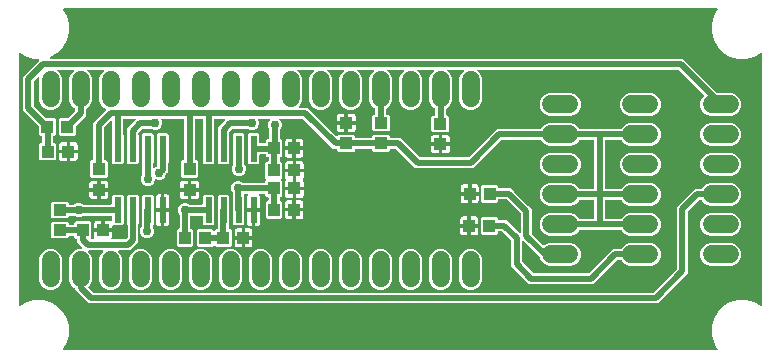
<source format=gbr>
G04 EAGLE Gerber RS-274X export*
G75*
%MOMM*%
%FSLAX34Y34*%
%LPD*%
%INTop Copper*%
%IPPOS*%
%AMOC8*
5,1,8,0,0,1.08239X$1,22.5*%
G01*
%ADD10R,1.050000X1.080000*%
%ADD11R,1.080000X1.050000*%
%ADD12R,0.600000X2.200000*%
%ADD13C,1.524000*%
%ADD14R,1.100000X1.000000*%
%ADD15R,1.000000X1.100000*%
%ADD16C,0.756400*%
%ADD17C,0.508000*%

G36*
X601290Y10176D02*
X601290Y10176D01*
X601385Y10185D01*
X601411Y10196D01*
X601439Y10200D01*
X601523Y10245D01*
X601610Y10283D01*
X601631Y10302D01*
X601656Y10316D01*
X601722Y10385D01*
X601792Y10449D01*
X601806Y10473D01*
X601825Y10494D01*
X601866Y10580D01*
X601912Y10664D01*
X601917Y10691D01*
X601929Y10717D01*
X601939Y10812D01*
X601957Y10905D01*
X601953Y10933D01*
X601956Y10961D01*
X601936Y11055D01*
X601922Y11149D01*
X601908Y11181D01*
X601904Y11202D01*
X601887Y11230D01*
X601855Y11303D01*
X598622Y16902D01*
X596839Y23556D01*
X596839Y30444D01*
X598622Y37098D01*
X602066Y43063D01*
X606937Y47934D01*
X612902Y51378D01*
X619556Y53161D01*
X626444Y53161D01*
X633098Y51378D01*
X638697Y48145D01*
X638786Y48111D01*
X638873Y48071D01*
X638901Y48068D01*
X638927Y48058D01*
X639023Y48054D01*
X639117Y48044D01*
X639145Y48050D01*
X639173Y48049D01*
X639265Y48076D01*
X639358Y48096D01*
X639382Y48111D01*
X639409Y48119D01*
X639487Y48173D01*
X639569Y48222D01*
X639587Y48244D01*
X639610Y48260D01*
X639667Y48337D01*
X639729Y48409D01*
X639739Y48436D01*
X639756Y48458D01*
X639785Y48549D01*
X639821Y48637D01*
X639825Y48673D01*
X639831Y48692D01*
X639831Y48725D01*
X639839Y48804D01*
X639839Y261196D01*
X639824Y261290D01*
X639815Y261385D01*
X639804Y261411D01*
X639800Y261439D01*
X639755Y261523D01*
X639717Y261610D01*
X639698Y261631D01*
X639684Y261656D01*
X639615Y261722D01*
X639551Y261792D01*
X639527Y261806D01*
X639506Y261825D01*
X639420Y261866D01*
X639336Y261912D01*
X639309Y261917D01*
X639283Y261929D01*
X639188Y261939D01*
X639095Y261957D01*
X639067Y261953D01*
X639039Y261956D01*
X638945Y261936D01*
X638851Y261922D01*
X638819Y261908D01*
X638798Y261904D01*
X638770Y261887D01*
X638697Y261855D01*
X633098Y258622D01*
X626444Y256839D01*
X619556Y256839D01*
X612902Y258622D01*
X606937Y262066D01*
X602066Y266937D01*
X598622Y272902D01*
X596839Y279556D01*
X596839Y286444D01*
X598622Y293098D01*
X601855Y298697D01*
X601889Y298786D01*
X601929Y298873D01*
X601932Y298901D01*
X601942Y298927D01*
X601946Y299023D01*
X601956Y299117D01*
X601950Y299145D01*
X601951Y299173D01*
X601924Y299265D01*
X601904Y299358D01*
X601889Y299382D01*
X601881Y299409D01*
X601827Y299487D01*
X601778Y299569D01*
X601756Y299587D01*
X601740Y299610D01*
X601663Y299667D01*
X601591Y299729D01*
X601564Y299739D01*
X601542Y299756D01*
X601451Y299785D01*
X601363Y299821D01*
X601327Y299825D01*
X601308Y299831D01*
X601275Y299831D01*
X601196Y299839D01*
X48804Y299839D01*
X48710Y299824D01*
X48615Y299815D01*
X48589Y299804D01*
X48561Y299800D01*
X48477Y299755D01*
X48390Y299717D01*
X48369Y299698D01*
X48344Y299684D01*
X48278Y299615D01*
X48208Y299551D01*
X48194Y299527D01*
X48175Y299506D01*
X48134Y299420D01*
X48088Y299336D01*
X48083Y299309D01*
X48071Y299283D01*
X48061Y299188D01*
X48043Y299095D01*
X48047Y299067D01*
X48044Y299039D01*
X48064Y298945D01*
X48078Y298851D01*
X48092Y298819D01*
X48096Y298798D01*
X48113Y298770D01*
X48145Y298697D01*
X51378Y293098D01*
X53161Y286444D01*
X53161Y279556D01*
X51378Y272902D01*
X47934Y266937D01*
X43063Y262066D01*
X37098Y258622D01*
X36968Y258587D01*
X36946Y258577D01*
X36922Y258573D01*
X36834Y258527D01*
X36744Y258486D01*
X36726Y258470D01*
X36705Y258458D01*
X36636Y258386D01*
X36563Y258319D01*
X36552Y258298D01*
X36535Y258280D01*
X36493Y258190D01*
X36446Y258103D01*
X36442Y258079D01*
X36432Y258057D01*
X36421Y257959D01*
X36404Y257860D01*
X36407Y257836D01*
X36405Y257813D01*
X36426Y257715D01*
X36441Y257617D01*
X36452Y257596D01*
X36457Y257572D01*
X36508Y257487D01*
X36553Y257399D01*
X36571Y257382D01*
X36583Y257361D01*
X36658Y257296D01*
X36730Y257227D01*
X36752Y257217D01*
X36770Y257201D01*
X36862Y257164D01*
X36952Y257121D01*
X36976Y257118D01*
X36998Y257109D01*
X37165Y257091D01*
X572902Y257091D01*
X601599Y228394D01*
X601673Y228341D01*
X601742Y228281D01*
X601772Y228269D01*
X601798Y228250D01*
X601885Y228223D01*
X601970Y228189D01*
X602011Y228185D01*
X602033Y228178D01*
X602066Y228179D01*
X602137Y228171D01*
X614244Y228171D01*
X617798Y226698D01*
X620518Y223978D01*
X621991Y220424D01*
X621991Y216576D01*
X620518Y213022D01*
X617798Y210302D01*
X614244Y208829D01*
X595156Y208829D01*
X591602Y210302D01*
X588882Y213022D01*
X587409Y216576D01*
X587409Y220424D01*
X588882Y223978D01*
X590417Y225514D01*
X590429Y225530D01*
X590445Y225542D01*
X590501Y225630D01*
X590561Y225714D01*
X590567Y225733D01*
X590578Y225749D01*
X590603Y225850D01*
X590633Y225949D01*
X590633Y225969D01*
X590638Y225988D01*
X590630Y226091D01*
X590627Y226195D01*
X590620Y226213D01*
X590618Y226233D01*
X590578Y226328D01*
X590542Y226426D01*
X590530Y226441D01*
X590522Y226459D01*
X590417Y226590D01*
X569321Y247686D01*
X569247Y247739D01*
X569178Y247799D01*
X569148Y247811D01*
X569122Y247830D01*
X569035Y247857D01*
X568950Y247891D01*
X568909Y247895D01*
X568887Y247902D01*
X568854Y247901D01*
X568783Y247909D01*
X399425Y247909D01*
X399354Y247898D01*
X399283Y247896D01*
X399234Y247878D01*
X399182Y247870D01*
X399119Y247836D01*
X399052Y247811D01*
X399011Y247779D01*
X398965Y247754D01*
X398916Y247702D01*
X398860Y247658D01*
X398831Y247614D01*
X398796Y247576D01*
X398765Y247511D01*
X398727Y247451D01*
X398714Y247400D01*
X398692Y247353D01*
X398684Y247282D01*
X398666Y247212D01*
X398671Y247160D01*
X398665Y247109D01*
X398680Y247038D01*
X398686Y246967D01*
X398706Y246919D01*
X398717Y246868D01*
X398754Y246807D01*
X398782Y246741D01*
X398827Y246685D01*
X398843Y246657D01*
X398861Y246642D01*
X398887Y246610D01*
X401198Y244298D01*
X402671Y240744D01*
X402671Y221656D01*
X401198Y218102D01*
X398478Y215382D01*
X394924Y213909D01*
X391076Y213909D01*
X387522Y215382D01*
X384802Y218102D01*
X383329Y221656D01*
X383329Y240744D01*
X384802Y244298D01*
X387113Y246610D01*
X387155Y246668D01*
X387204Y246720D01*
X387226Y246767D01*
X387257Y246809D01*
X387278Y246878D01*
X387308Y246943D01*
X387314Y246995D01*
X387329Y247045D01*
X387327Y247116D01*
X387335Y247187D01*
X387324Y247238D01*
X387323Y247290D01*
X387298Y247358D01*
X387283Y247428D01*
X387256Y247473D01*
X387238Y247521D01*
X387193Y247577D01*
X387157Y247639D01*
X387117Y247673D01*
X387085Y247713D01*
X387024Y247752D01*
X386970Y247799D01*
X386922Y247818D01*
X386878Y247846D01*
X386808Y247864D01*
X386742Y247891D01*
X386670Y247899D01*
X386639Y247907D01*
X386616Y247905D01*
X386575Y247909D01*
X374025Y247909D01*
X373954Y247898D01*
X373883Y247896D01*
X373834Y247878D01*
X373782Y247870D01*
X373719Y247836D01*
X373652Y247811D01*
X373611Y247779D01*
X373565Y247754D01*
X373516Y247702D01*
X373460Y247658D01*
X373431Y247614D01*
X373396Y247576D01*
X373365Y247511D01*
X373327Y247451D01*
X373314Y247400D01*
X373292Y247353D01*
X373284Y247282D01*
X373266Y247212D01*
X373271Y247160D01*
X373265Y247109D01*
X373280Y247038D01*
X373286Y246967D01*
X373306Y246919D01*
X373317Y246868D01*
X373354Y246807D01*
X373382Y246741D01*
X373427Y246685D01*
X373443Y246657D01*
X373461Y246642D01*
X373487Y246610D01*
X375798Y244298D01*
X377271Y240744D01*
X377271Y221656D01*
X375798Y218102D01*
X373078Y215382D01*
X372661Y215209D01*
X372562Y215147D01*
X372461Y215087D01*
X372457Y215082D01*
X372452Y215079D01*
X372378Y214990D01*
X372301Y214900D01*
X372299Y214894D01*
X372295Y214890D01*
X372253Y214782D01*
X372209Y214672D01*
X372208Y214665D01*
X372207Y214660D01*
X372206Y214642D01*
X372191Y214505D01*
X372191Y209712D01*
X372194Y209692D01*
X372192Y209673D01*
X372214Y209571D01*
X372230Y209469D01*
X372240Y209452D01*
X372244Y209432D01*
X372297Y209343D01*
X372346Y209252D01*
X372360Y209238D01*
X372370Y209221D01*
X372449Y209154D01*
X372524Y209082D01*
X372542Y209074D01*
X372557Y209061D01*
X372653Y209022D01*
X372747Y208979D01*
X372767Y208977D01*
X372785Y208969D01*
X372952Y208951D01*
X373549Y208951D01*
X374751Y207749D01*
X374751Y196051D01*
X373549Y194849D01*
X360851Y194849D01*
X359649Y196051D01*
X359649Y207749D01*
X360851Y208951D01*
X362248Y208951D01*
X362268Y208954D01*
X362287Y208952D01*
X362389Y208974D01*
X362491Y208990D01*
X362508Y209000D01*
X362528Y209004D01*
X362617Y209057D01*
X362708Y209106D01*
X362722Y209120D01*
X362739Y209130D01*
X362806Y209209D01*
X362878Y209284D01*
X362886Y209302D01*
X362899Y209317D01*
X362938Y209413D01*
X362981Y209507D01*
X362983Y209527D01*
X362991Y209545D01*
X363009Y209712D01*
X363009Y214505D01*
X362991Y214620D01*
X362973Y214736D01*
X362971Y214742D01*
X362970Y214748D01*
X362915Y214851D01*
X362862Y214956D01*
X362857Y214960D01*
X362854Y214966D01*
X362770Y215046D01*
X362686Y215128D01*
X362680Y215131D01*
X362676Y215135D01*
X362659Y215143D01*
X362539Y215209D01*
X362122Y215382D01*
X359402Y218102D01*
X357929Y221656D01*
X357929Y240744D01*
X359402Y244298D01*
X361713Y246610D01*
X361755Y246668D01*
X361804Y246720D01*
X361826Y246767D01*
X361857Y246809D01*
X361878Y246878D01*
X361908Y246943D01*
X361914Y246995D01*
X361929Y247045D01*
X361927Y247116D01*
X361935Y247187D01*
X361924Y247238D01*
X361923Y247290D01*
X361898Y247358D01*
X361883Y247428D01*
X361856Y247473D01*
X361838Y247521D01*
X361793Y247577D01*
X361757Y247639D01*
X361717Y247673D01*
X361685Y247713D01*
X361624Y247752D01*
X361570Y247799D01*
X361522Y247818D01*
X361478Y247846D01*
X361408Y247864D01*
X361342Y247891D01*
X361270Y247899D01*
X361239Y247907D01*
X361216Y247905D01*
X361175Y247909D01*
X348625Y247909D01*
X348554Y247898D01*
X348483Y247896D01*
X348434Y247878D01*
X348382Y247870D01*
X348319Y247836D01*
X348252Y247811D01*
X348211Y247779D01*
X348165Y247754D01*
X348116Y247702D01*
X348060Y247658D01*
X348031Y247614D01*
X347996Y247576D01*
X347965Y247511D01*
X347927Y247451D01*
X347914Y247400D01*
X347892Y247353D01*
X347884Y247282D01*
X347866Y247212D01*
X347871Y247160D01*
X347865Y247109D01*
X347880Y247038D01*
X347886Y246967D01*
X347906Y246919D01*
X347917Y246868D01*
X347954Y246807D01*
X347982Y246741D01*
X348027Y246685D01*
X348043Y246657D01*
X348061Y246642D01*
X348087Y246610D01*
X350398Y244298D01*
X351871Y240744D01*
X351871Y221656D01*
X350398Y218102D01*
X347678Y215382D01*
X344124Y213909D01*
X340276Y213909D01*
X336722Y215382D01*
X334002Y218102D01*
X332529Y221656D01*
X332529Y240744D01*
X334002Y244298D01*
X336313Y246610D01*
X336355Y246668D01*
X336404Y246720D01*
X336426Y246767D01*
X336457Y246809D01*
X336478Y246878D01*
X336508Y246943D01*
X336514Y246995D01*
X336529Y247045D01*
X336527Y247116D01*
X336535Y247187D01*
X336524Y247238D01*
X336523Y247290D01*
X336498Y247358D01*
X336483Y247428D01*
X336456Y247473D01*
X336438Y247521D01*
X336393Y247577D01*
X336357Y247639D01*
X336317Y247673D01*
X336285Y247713D01*
X336224Y247752D01*
X336170Y247799D01*
X336122Y247818D01*
X336078Y247846D01*
X336008Y247864D01*
X335942Y247891D01*
X335870Y247899D01*
X335839Y247907D01*
X335816Y247905D01*
X335775Y247909D01*
X323225Y247909D01*
X323154Y247898D01*
X323083Y247896D01*
X323034Y247878D01*
X322982Y247870D01*
X322919Y247836D01*
X322852Y247811D01*
X322811Y247779D01*
X322765Y247754D01*
X322716Y247702D01*
X322660Y247658D01*
X322631Y247614D01*
X322596Y247576D01*
X322565Y247511D01*
X322527Y247451D01*
X322514Y247400D01*
X322492Y247353D01*
X322484Y247282D01*
X322466Y247212D01*
X322471Y247160D01*
X322465Y247109D01*
X322480Y247038D01*
X322486Y246967D01*
X322506Y246919D01*
X322517Y246868D01*
X322554Y246807D01*
X322582Y246741D01*
X322627Y246685D01*
X322643Y246657D01*
X322661Y246642D01*
X322687Y246610D01*
X324998Y244298D01*
X326471Y240744D01*
X326471Y221656D01*
X324998Y218102D01*
X322278Y215382D01*
X321861Y215209D01*
X321762Y215147D01*
X321661Y215087D01*
X321657Y215082D01*
X321652Y215079D01*
X321578Y214990D01*
X321501Y214900D01*
X321499Y214894D01*
X321495Y214890D01*
X321453Y214782D01*
X321409Y214672D01*
X321408Y214665D01*
X321407Y214660D01*
X321406Y214642D01*
X321391Y214505D01*
X321391Y210412D01*
X321394Y210392D01*
X321392Y210373D01*
X321414Y210271D01*
X321430Y210169D01*
X321440Y210152D01*
X321444Y210132D01*
X321497Y210043D01*
X321546Y209952D01*
X321560Y209938D01*
X321570Y209921D01*
X321649Y209854D01*
X321724Y209782D01*
X321742Y209774D01*
X321757Y209761D01*
X321853Y209722D01*
X321947Y209679D01*
X321967Y209677D01*
X321985Y209669D01*
X322152Y209651D01*
X323349Y209651D01*
X324551Y208449D01*
X324551Y196751D01*
X323349Y195549D01*
X310651Y195549D01*
X309449Y196751D01*
X309449Y208449D01*
X310651Y209651D01*
X311448Y209651D01*
X311468Y209654D01*
X311487Y209652D01*
X311589Y209674D01*
X311691Y209690D01*
X311708Y209700D01*
X311728Y209704D01*
X311817Y209757D01*
X311908Y209806D01*
X311922Y209820D01*
X311939Y209830D01*
X312006Y209909D01*
X312078Y209984D01*
X312086Y210002D01*
X312099Y210017D01*
X312138Y210113D01*
X312181Y210207D01*
X312183Y210227D01*
X312191Y210245D01*
X312209Y210412D01*
X312209Y214505D01*
X312191Y214620D01*
X312173Y214736D01*
X312171Y214742D01*
X312170Y214748D01*
X312115Y214851D01*
X312062Y214956D01*
X312057Y214960D01*
X312054Y214966D01*
X311970Y215046D01*
X311886Y215128D01*
X311880Y215131D01*
X311876Y215135D01*
X311859Y215143D01*
X311739Y215209D01*
X311322Y215382D01*
X308602Y218102D01*
X307129Y221656D01*
X307129Y240744D01*
X308602Y244298D01*
X310913Y246610D01*
X310955Y246668D01*
X311004Y246720D01*
X311026Y246767D01*
X311057Y246809D01*
X311078Y246878D01*
X311108Y246943D01*
X311114Y246995D01*
X311129Y247045D01*
X311127Y247116D01*
X311135Y247187D01*
X311124Y247238D01*
X311123Y247290D01*
X311098Y247358D01*
X311083Y247428D01*
X311056Y247473D01*
X311038Y247521D01*
X310993Y247577D01*
X310957Y247639D01*
X310917Y247673D01*
X310885Y247713D01*
X310824Y247752D01*
X310770Y247799D01*
X310722Y247818D01*
X310678Y247846D01*
X310608Y247864D01*
X310542Y247891D01*
X310470Y247899D01*
X310439Y247907D01*
X310416Y247905D01*
X310375Y247909D01*
X297825Y247909D01*
X297754Y247898D01*
X297683Y247896D01*
X297634Y247878D01*
X297582Y247870D01*
X297519Y247836D01*
X297452Y247811D01*
X297411Y247779D01*
X297365Y247754D01*
X297316Y247702D01*
X297260Y247658D01*
X297231Y247614D01*
X297196Y247576D01*
X297165Y247511D01*
X297127Y247451D01*
X297114Y247400D01*
X297092Y247353D01*
X297084Y247282D01*
X297066Y247212D01*
X297071Y247160D01*
X297065Y247109D01*
X297080Y247038D01*
X297086Y246967D01*
X297106Y246919D01*
X297117Y246868D01*
X297154Y246807D01*
X297182Y246741D01*
X297227Y246685D01*
X297243Y246657D01*
X297261Y246642D01*
X297287Y246610D01*
X299598Y244298D01*
X301071Y240744D01*
X301071Y221656D01*
X299598Y218102D01*
X296878Y215382D01*
X293324Y213909D01*
X289476Y213909D01*
X285922Y215382D01*
X283202Y218102D01*
X281729Y221656D01*
X281729Y240744D01*
X283202Y244298D01*
X285513Y246610D01*
X285555Y246668D01*
X285604Y246720D01*
X285626Y246767D01*
X285657Y246809D01*
X285678Y246878D01*
X285708Y246943D01*
X285714Y246995D01*
X285729Y247045D01*
X285727Y247116D01*
X285735Y247187D01*
X285724Y247238D01*
X285723Y247290D01*
X285698Y247358D01*
X285683Y247428D01*
X285656Y247473D01*
X285638Y247521D01*
X285593Y247577D01*
X285557Y247639D01*
X285517Y247673D01*
X285485Y247713D01*
X285424Y247752D01*
X285370Y247799D01*
X285322Y247818D01*
X285278Y247846D01*
X285208Y247864D01*
X285142Y247891D01*
X285070Y247899D01*
X285039Y247907D01*
X285016Y247905D01*
X284975Y247909D01*
X272425Y247909D01*
X272354Y247898D01*
X272283Y247896D01*
X272234Y247878D01*
X272182Y247870D01*
X272119Y247836D01*
X272052Y247811D01*
X272011Y247779D01*
X271965Y247754D01*
X271916Y247702D01*
X271860Y247658D01*
X271831Y247614D01*
X271796Y247576D01*
X271765Y247511D01*
X271727Y247451D01*
X271714Y247400D01*
X271692Y247353D01*
X271684Y247282D01*
X271666Y247212D01*
X271671Y247160D01*
X271665Y247109D01*
X271680Y247038D01*
X271686Y246967D01*
X271706Y246919D01*
X271717Y246868D01*
X271754Y246807D01*
X271782Y246741D01*
X271827Y246685D01*
X271843Y246657D01*
X271861Y246642D01*
X271887Y246610D01*
X274198Y244298D01*
X275671Y240744D01*
X275671Y221656D01*
X274198Y218102D01*
X271478Y215382D01*
X267924Y213909D01*
X264076Y213909D01*
X260522Y215382D01*
X257802Y218102D01*
X256329Y221656D01*
X256329Y240744D01*
X257802Y244298D01*
X260113Y246610D01*
X260155Y246668D01*
X260204Y246720D01*
X260226Y246767D01*
X260257Y246809D01*
X260278Y246878D01*
X260308Y246943D01*
X260314Y246995D01*
X260329Y247045D01*
X260327Y247116D01*
X260335Y247187D01*
X260324Y247238D01*
X260323Y247290D01*
X260298Y247358D01*
X260283Y247428D01*
X260256Y247473D01*
X260238Y247521D01*
X260193Y247577D01*
X260157Y247639D01*
X260117Y247673D01*
X260085Y247713D01*
X260024Y247752D01*
X259970Y247799D01*
X259922Y247818D01*
X259878Y247846D01*
X259808Y247864D01*
X259742Y247891D01*
X259670Y247899D01*
X259639Y247907D01*
X259616Y247905D01*
X259575Y247909D01*
X247025Y247909D01*
X246954Y247898D01*
X246883Y247896D01*
X246834Y247878D01*
X246782Y247870D01*
X246719Y247836D01*
X246652Y247811D01*
X246611Y247779D01*
X246565Y247754D01*
X246516Y247702D01*
X246460Y247658D01*
X246431Y247614D01*
X246396Y247576D01*
X246365Y247511D01*
X246327Y247451D01*
X246314Y247400D01*
X246292Y247353D01*
X246284Y247282D01*
X246266Y247212D01*
X246271Y247160D01*
X246265Y247109D01*
X246280Y247038D01*
X246286Y246967D01*
X246306Y246919D01*
X246317Y246868D01*
X246354Y246807D01*
X246382Y246741D01*
X246427Y246685D01*
X246443Y246657D01*
X246461Y246642D01*
X246487Y246610D01*
X248798Y244298D01*
X250271Y240744D01*
X250271Y221656D01*
X248798Y218102D01*
X247587Y216890D01*
X247545Y216832D01*
X247496Y216780D01*
X247474Y216733D01*
X247443Y216691D01*
X247422Y216622D01*
X247392Y216557D01*
X247386Y216505D01*
X247371Y216455D01*
X247373Y216384D01*
X247365Y216313D01*
X247376Y216262D01*
X247377Y216210D01*
X247402Y216142D01*
X247417Y216072D01*
X247444Y216027D01*
X247462Y215979D01*
X247507Y215923D01*
X247543Y215861D01*
X247583Y215827D01*
X247615Y215787D01*
X247676Y215748D01*
X247730Y215701D01*
X247778Y215682D01*
X247822Y215654D01*
X247892Y215636D01*
X247958Y215609D01*
X248030Y215601D01*
X248061Y215593D01*
X248084Y215595D01*
X248125Y215591D01*
X254902Y215591D01*
X279008Y191484D01*
X279024Y191473D01*
X279036Y191457D01*
X279124Y191401D01*
X279208Y191341D01*
X279226Y191335D01*
X279243Y191324D01*
X279344Y191299D01*
X279443Y191269D01*
X279463Y191269D01*
X279482Y191264D01*
X279585Y191272D01*
X279688Y191275D01*
X279707Y191282D01*
X279727Y191283D01*
X279822Y191324D01*
X279919Y191359D01*
X279935Y191372D01*
X279953Y191380D01*
X280084Y191484D01*
X281351Y192751D01*
X293849Y192751D01*
X295051Y191549D01*
X295051Y190802D01*
X295054Y190782D01*
X295052Y190763D01*
X295074Y190661D01*
X295090Y190559D01*
X295100Y190542D01*
X295104Y190522D01*
X295157Y190433D01*
X295206Y190342D01*
X295220Y190328D01*
X295230Y190311D01*
X295309Y190244D01*
X295384Y190172D01*
X295402Y190164D01*
X295417Y190151D01*
X295513Y190112D01*
X295607Y190069D01*
X295627Y190067D01*
X295645Y190059D01*
X295812Y190041D01*
X308688Y190041D01*
X308708Y190044D01*
X308727Y190042D01*
X308829Y190064D01*
X308931Y190080D01*
X308948Y190090D01*
X308968Y190094D01*
X309057Y190147D01*
X309148Y190196D01*
X309162Y190210D01*
X309179Y190220D01*
X309246Y190299D01*
X309318Y190374D01*
X309326Y190392D01*
X309339Y190407D01*
X309378Y190503D01*
X309421Y190597D01*
X309423Y190617D01*
X309431Y190635D01*
X309449Y190802D01*
X309449Y191449D01*
X310651Y192651D01*
X323349Y192651D01*
X324551Y191449D01*
X324551Y190952D01*
X324554Y190932D01*
X324552Y190913D01*
X324574Y190811D01*
X324590Y190709D01*
X324600Y190692D01*
X324604Y190672D01*
X324657Y190583D01*
X324706Y190492D01*
X324720Y190478D01*
X324730Y190461D01*
X324809Y190394D01*
X324884Y190322D01*
X324902Y190314D01*
X324917Y190301D01*
X325013Y190262D01*
X325107Y190219D01*
X325127Y190217D01*
X325145Y190209D01*
X325312Y190191D01*
X333302Y190191D01*
X349679Y173814D01*
X349753Y173761D01*
X349822Y173701D01*
X349852Y173689D01*
X349878Y173670D01*
X349965Y173643D01*
X350050Y173609D01*
X350091Y173605D01*
X350113Y173598D01*
X350146Y173599D01*
X350217Y173591D01*
X390783Y173591D01*
X390873Y173605D01*
X390964Y173613D01*
X390994Y173625D01*
X391026Y173630D01*
X391107Y173673D01*
X391190Y173709D01*
X391223Y173735D01*
X391243Y173746D01*
X391265Y173769D01*
X391321Y173814D01*
X412286Y194779D01*
X415198Y197691D01*
X452005Y197691D01*
X452120Y197709D01*
X452236Y197727D01*
X452242Y197729D01*
X452248Y197730D01*
X452351Y197785D01*
X452456Y197838D01*
X452460Y197843D01*
X452466Y197846D01*
X452546Y197930D01*
X452628Y198014D01*
X452631Y198020D01*
X452635Y198024D01*
X452643Y198041D01*
X452709Y198161D01*
X452882Y198578D01*
X455602Y201298D01*
X459156Y202771D01*
X478244Y202771D01*
X481798Y201298D01*
X484518Y198578D01*
X484691Y198161D01*
X484753Y198062D01*
X484813Y197961D01*
X484818Y197957D01*
X484821Y197952D01*
X484910Y197878D01*
X485000Y197801D01*
X485006Y197799D01*
X485010Y197795D01*
X485118Y197753D01*
X485228Y197709D01*
X485235Y197708D01*
X485240Y197707D01*
X485258Y197706D01*
X485395Y197691D01*
X520005Y197691D01*
X520120Y197709D01*
X520236Y197727D01*
X520242Y197729D01*
X520248Y197730D01*
X520351Y197785D01*
X520456Y197838D01*
X520460Y197843D01*
X520466Y197846D01*
X520546Y197930D01*
X520628Y198014D01*
X520631Y198020D01*
X520635Y198024D01*
X520643Y198041D01*
X520709Y198161D01*
X520882Y198578D01*
X523602Y201298D01*
X527156Y202771D01*
X546244Y202771D01*
X549798Y201298D01*
X552518Y198578D01*
X553991Y195024D01*
X553991Y191176D01*
X552518Y187622D01*
X549798Y184902D01*
X546244Y183429D01*
X527156Y183429D01*
X523602Y184902D01*
X520882Y187622D01*
X520709Y188039D01*
X520647Y188138D01*
X520587Y188239D01*
X520582Y188243D01*
X520579Y188248D01*
X520490Y188322D01*
X520400Y188399D01*
X520394Y188401D01*
X520390Y188405D01*
X520282Y188446D01*
X520172Y188491D01*
X520165Y188492D01*
X520160Y188493D01*
X520142Y188494D01*
X520005Y188509D01*
X507352Y188509D01*
X507332Y188506D01*
X507313Y188508D01*
X507211Y188486D01*
X507109Y188470D01*
X507092Y188460D01*
X507072Y188456D01*
X506983Y188403D01*
X506892Y188354D01*
X506878Y188340D01*
X506861Y188330D01*
X506794Y188251D01*
X506722Y188176D01*
X506714Y188158D01*
X506701Y188143D01*
X506662Y188047D01*
X506619Y187953D01*
X506617Y187933D01*
X506609Y187915D01*
X506591Y187748D01*
X506591Y147652D01*
X506594Y147632D01*
X506592Y147613D01*
X506614Y147511D01*
X506630Y147409D01*
X506640Y147392D01*
X506644Y147372D01*
X506697Y147283D01*
X506746Y147192D01*
X506760Y147178D01*
X506770Y147161D01*
X506849Y147094D01*
X506924Y147022D01*
X506942Y147014D01*
X506957Y147001D01*
X507053Y146962D01*
X507147Y146919D01*
X507167Y146917D01*
X507185Y146909D01*
X507352Y146891D01*
X520005Y146891D01*
X520120Y146909D01*
X520236Y146927D01*
X520242Y146929D01*
X520248Y146930D01*
X520351Y146985D01*
X520456Y147038D01*
X520460Y147043D01*
X520466Y147046D01*
X520546Y147130D01*
X520628Y147214D01*
X520631Y147220D01*
X520635Y147224D01*
X520643Y147241D01*
X520709Y147361D01*
X520882Y147778D01*
X523602Y150498D01*
X527156Y151971D01*
X546244Y151971D01*
X549798Y150498D01*
X552518Y147778D01*
X553991Y144224D01*
X553991Y140376D01*
X552518Y136822D01*
X549798Y134102D01*
X546244Y132629D01*
X527156Y132629D01*
X523602Y134102D01*
X520882Y136822D01*
X520709Y137239D01*
X520647Y137338D01*
X520587Y137439D01*
X520582Y137443D01*
X520579Y137448D01*
X520490Y137522D01*
X520400Y137599D01*
X520394Y137601D01*
X520390Y137605D01*
X520282Y137646D01*
X520172Y137691D01*
X520165Y137692D01*
X520160Y137693D01*
X520142Y137694D01*
X520005Y137709D01*
X507352Y137709D01*
X507332Y137706D01*
X507313Y137708D01*
X507211Y137686D01*
X507109Y137670D01*
X507092Y137660D01*
X507072Y137656D01*
X506983Y137603D01*
X506892Y137554D01*
X506878Y137540D01*
X506861Y137530D01*
X506794Y137451D01*
X506722Y137376D01*
X506714Y137358D01*
X506701Y137343D01*
X506662Y137247D01*
X506619Y137153D01*
X506617Y137133D01*
X506609Y137115D01*
X506591Y136948D01*
X506591Y122252D01*
X506594Y122232D01*
X506592Y122213D01*
X506614Y122111D01*
X506630Y122009D01*
X506640Y121992D01*
X506644Y121972D01*
X506697Y121883D01*
X506746Y121792D01*
X506760Y121778D01*
X506770Y121761D01*
X506849Y121694D01*
X506924Y121622D01*
X506942Y121614D01*
X506957Y121601D01*
X507053Y121562D01*
X507147Y121519D01*
X507167Y121517D01*
X507185Y121509D01*
X507352Y121491D01*
X520005Y121491D01*
X520120Y121509D01*
X520236Y121527D01*
X520242Y121529D01*
X520248Y121530D01*
X520351Y121585D01*
X520456Y121638D01*
X520460Y121643D01*
X520466Y121646D01*
X520546Y121730D01*
X520628Y121814D01*
X520631Y121820D01*
X520635Y121824D01*
X520643Y121841D01*
X520709Y121961D01*
X520882Y122378D01*
X523602Y125098D01*
X527156Y126571D01*
X546244Y126571D01*
X549798Y125098D01*
X552518Y122378D01*
X553991Y118824D01*
X553991Y114976D01*
X552518Y111422D01*
X549798Y108702D01*
X546244Y107229D01*
X527156Y107229D01*
X523602Y108702D01*
X520882Y111422D01*
X520709Y111839D01*
X520647Y111938D01*
X520587Y112039D01*
X520582Y112043D01*
X520579Y112048D01*
X520490Y112122D01*
X520400Y112199D01*
X520394Y112201D01*
X520390Y112205D01*
X520282Y112247D01*
X520172Y112291D01*
X520165Y112292D01*
X520160Y112293D01*
X520142Y112294D01*
X520005Y112309D01*
X485395Y112309D01*
X485280Y112291D01*
X485164Y112273D01*
X485158Y112271D01*
X485152Y112270D01*
X485049Y112215D01*
X484944Y112162D01*
X484940Y112157D01*
X484934Y112154D01*
X484854Y112070D01*
X484772Y111986D01*
X484769Y111980D01*
X484765Y111976D01*
X484757Y111959D01*
X484691Y111839D01*
X484518Y111422D01*
X481798Y108702D01*
X478244Y107229D01*
X459156Y107229D01*
X455602Y108702D01*
X452882Y111422D01*
X451409Y114976D01*
X451409Y118824D01*
X452882Y122378D01*
X455602Y125098D01*
X459156Y126571D01*
X478244Y126571D01*
X481798Y125098D01*
X484518Y122378D01*
X484691Y121961D01*
X484753Y121862D01*
X484813Y121761D01*
X484818Y121757D01*
X484821Y121752D01*
X484910Y121678D01*
X485000Y121601D01*
X485006Y121599D01*
X485010Y121595D01*
X485118Y121553D01*
X485228Y121509D01*
X485235Y121508D01*
X485240Y121507D01*
X485258Y121506D01*
X485395Y121491D01*
X496648Y121491D01*
X496668Y121494D01*
X496687Y121492D01*
X496789Y121514D01*
X496891Y121530D01*
X496908Y121540D01*
X496928Y121544D01*
X497017Y121597D01*
X497108Y121646D01*
X497122Y121660D01*
X497139Y121670D01*
X497206Y121749D01*
X497278Y121824D01*
X497286Y121842D01*
X497299Y121857D01*
X497338Y121953D01*
X497381Y122047D01*
X497383Y122067D01*
X497391Y122085D01*
X497409Y122252D01*
X497409Y136948D01*
X497406Y136968D01*
X497408Y136987D01*
X497386Y137089D01*
X497370Y137191D01*
X497360Y137208D01*
X497356Y137228D01*
X497303Y137317D01*
X497254Y137408D01*
X497240Y137422D01*
X497230Y137439D01*
X497151Y137506D01*
X497076Y137578D01*
X497058Y137586D01*
X497043Y137599D01*
X496947Y137638D01*
X496853Y137681D01*
X496833Y137683D01*
X496815Y137691D01*
X496648Y137709D01*
X485395Y137709D01*
X485280Y137691D01*
X485164Y137673D01*
X485158Y137671D01*
X485152Y137670D01*
X485049Y137615D01*
X484944Y137562D01*
X484940Y137557D01*
X484934Y137554D01*
X484854Y137470D01*
X484772Y137386D01*
X484769Y137380D01*
X484765Y137376D01*
X484757Y137359D01*
X484691Y137239D01*
X484518Y136822D01*
X481798Y134102D01*
X478244Y132629D01*
X459156Y132629D01*
X455602Y134102D01*
X452882Y136822D01*
X451409Y140376D01*
X451409Y144224D01*
X452882Y147778D01*
X455602Y150498D01*
X459156Y151971D01*
X478244Y151971D01*
X481798Y150498D01*
X484518Y147778D01*
X484691Y147361D01*
X484753Y147262D01*
X484813Y147161D01*
X484818Y147157D01*
X484821Y147152D01*
X484910Y147078D01*
X485000Y147001D01*
X485006Y146999D01*
X485010Y146995D01*
X485118Y146953D01*
X485228Y146909D01*
X485235Y146908D01*
X485240Y146907D01*
X485258Y146906D01*
X485395Y146891D01*
X496648Y146891D01*
X496668Y146894D01*
X496687Y146892D01*
X496789Y146914D01*
X496891Y146930D01*
X496908Y146940D01*
X496928Y146944D01*
X497017Y146997D01*
X497108Y147046D01*
X497122Y147060D01*
X497139Y147070D01*
X497206Y147149D01*
X497278Y147224D01*
X497286Y147242D01*
X497299Y147257D01*
X497338Y147353D01*
X497381Y147447D01*
X497383Y147467D01*
X497391Y147485D01*
X497409Y147652D01*
X497409Y187748D01*
X497406Y187768D01*
X497408Y187787D01*
X497386Y187889D01*
X497370Y187991D01*
X497360Y188008D01*
X497356Y188028D01*
X497303Y188117D01*
X497254Y188208D01*
X497240Y188222D01*
X497230Y188239D01*
X497151Y188306D01*
X497076Y188378D01*
X497058Y188386D01*
X497043Y188399D01*
X496947Y188438D01*
X496853Y188481D01*
X496833Y188483D01*
X496815Y188491D01*
X496648Y188509D01*
X485395Y188509D01*
X485280Y188491D01*
X485164Y188473D01*
X485158Y188471D01*
X485152Y188470D01*
X485049Y188415D01*
X484944Y188362D01*
X484940Y188357D01*
X484934Y188354D01*
X484854Y188270D01*
X484772Y188186D01*
X484769Y188180D01*
X484765Y188176D01*
X484757Y188159D01*
X484691Y188039D01*
X484518Y187622D01*
X481798Y184902D01*
X478244Y183429D01*
X459156Y183429D01*
X455602Y184902D01*
X452882Y187622D01*
X452709Y188039D01*
X452647Y188138D01*
X452587Y188239D01*
X452582Y188243D01*
X452579Y188248D01*
X452490Y188322D01*
X452400Y188399D01*
X452394Y188401D01*
X452390Y188405D01*
X452282Y188446D01*
X452172Y188491D01*
X452165Y188492D01*
X452160Y188493D01*
X452142Y188494D01*
X452005Y188509D01*
X419317Y188509D01*
X419227Y188495D01*
X419136Y188487D01*
X419106Y188475D01*
X419074Y188470D01*
X418993Y188427D01*
X418910Y188391D01*
X418877Y188365D01*
X418857Y188354D01*
X418835Y188331D01*
X418779Y188286D01*
X397814Y167321D01*
X394902Y164409D01*
X346098Y164409D01*
X329721Y180786D01*
X329647Y180839D01*
X329578Y180899D01*
X329548Y180911D01*
X329522Y180930D01*
X329435Y180957D01*
X329350Y180991D01*
X329309Y180995D01*
X329287Y181002D01*
X329254Y181001D01*
X329183Y181009D01*
X325312Y181009D01*
X325292Y181006D01*
X325273Y181008D01*
X325171Y180986D01*
X325069Y180970D01*
X325052Y180960D01*
X325032Y180956D01*
X324943Y180903D01*
X324852Y180854D01*
X324838Y180840D01*
X324821Y180830D01*
X324754Y180751D01*
X324682Y180676D01*
X324674Y180658D01*
X324661Y180643D01*
X324622Y180547D01*
X324579Y180453D01*
X324577Y180433D01*
X324569Y180415D01*
X324551Y180248D01*
X324551Y179751D01*
X323349Y178549D01*
X310651Y178549D01*
X309449Y179751D01*
X309449Y180098D01*
X309446Y180118D01*
X309448Y180137D01*
X309426Y180239D01*
X309410Y180341D01*
X309400Y180358D01*
X309396Y180378D01*
X309343Y180467D01*
X309294Y180558D01*
X309280Y180572D01*
X309270Y180589D01*
X309191Y180656D01*
X309116Y180728D01*
X309098Y180736D01*
X309083Y180749D01*
X308987Y180788D01*
X308893Y180831D01*
X308873Y180833D01*
X308855Y180841D01*
X308688Y180859D01*
X295812Y180859D01*
X295792Y180856D01*
X295773Y180858D01*
X295671Y180836D01*
X295569Y180820D01*
X295552Y180810D01*
X295532Y180806D01*
X295443Y180753D01*
X295352Y180704D01*
X295338Y180690D01*
X295321Y180680D01*
X295254Y180601D01*
X295182Y180526D01*
X295174Y180508D01*
X295161Y180493D01*
X295122Y180397D01*
X295079Y180303D01*
X295077Y180283D01*
X295069Y180265D01*
X295051Y180098D01*
X295051Y179351D01*
X293849Y178149D01*
X281351Y178149D01*
X280149Y179351D01*
X280149Y180098D01*
X280146Y180118D01*
X280148Y180137D01*
X280126Y180239D01*
X280110Y180341D01*
X280100Y180358D01*
X280096Y180378D01*
X280043Y180467D01*
X279994Y180558D01*
X279980Y180572D01*
X279970Y180589D01*
X279891Y180656D01*
X279816Y180728D01*
X279798Y180736D01*
X279783Y180749D01*
X279687Y180788D01*
X279593Y180831D01*
X279573Y180833D01*
X279555Y180841D01*
X279388Y180859D01*
X276648Y180859D01*
X251321Y206186D01*
X251247Y206239D01*
X251178Y206299D01*
X251148Y206311D01*
X251122Y206330D01*
X251035Y206357D01*
X250950Y206391D01*
X250909Y206395D01*
X250887Y206402D01*
X250854Y206401D01*
X250783Y206409D01*
X231677Y206409D01*
X231607Y206398D01*
X231535Y206396D01*
X231486Y206378D01*
X231435Y206370D01*
X231371Y206336D01*
X231304Y206311D01*
X231263Y206279D01*
X231217Y206254D01*
X231168Y206202D01*
X231112Y206158D01*
X231084Y206114D01*
X231048Y206076D01*
X231018Y206011D01*
X230979Y205951D01*
X230966Y205900D01*
X230944Y205853D01*
X230936Y205782D01*
X230919Y205712D01*
X230923Y205660D01*
X230917Y205609D01*
X230932Y205538D01*
X230938Y205467D01*
X230958Y205419D01*
X230969Y205368D01*
X231006Y205307D01*
X231034Y205241D01*
X231079Y205185D01*
X231095Y205157D01*
X231113Y205142D01*
X231139Y205110D01*
X231945Y204304D01*
X232833Y202160D01*
X232833Y199840D01*
X231945Y197696D01*
X231814Y197565D01*
X231761Y197491D01*
X231701Y197422D01*
X231689Y197391D01*
X231670Y197365D01*
X231643Y197278D01*
X231609Y197193D01*
X231605Y197152D01*
X231598Y197130D01*
X231599Y197098D01*
X231591Y197027D01*
X231591Y189712D01*
X231594Y189692D01*
X231592Y189673D01*
X231614Y189571D01*
X231630Y189469D01*
X231640Y189452D01*
X231644Y189432D01*
X231697Y189343D01*
X231746Y189252D01*
X231760Y189238D01*
X231770Y189221D01*
X231849Y189154D01*
X231924Y189082D01*
X231942Y189074D01*
X231957Y189061D01*
X232053Y189022D01*
X232147Y188979D01*
X232167Y188977D01*
X232185Y188969D01*
X232349Y188951D01*
X233551Y187749D01*
X233551Y175051D01*
X232349Y173849D01*
X231852Y173849D01*
X231832Y173846D01*
X231813Y173848D01*
X231711Y173826D01*
X231609Y173810D01*
X231592Y173800D01*
X231572Y173796D01*
X231483Y173743D01*
X231392Y173694D01*
X231378Y173680D01*
X231361Y173670D01*
X231294Y173591D01*
X231222Y173516D01*
X231214Y173498D01*
X231201Y173483D01*
X231162Y173387D01*
X231119Y173293D01*
X231117Y173273D01*
X231109Y173255D01*
X231091Y173088D01*
X231091Y170812D01*
X231094Y170792D01*
X231092Y170773D01*
X231114Y170671D01*
X231130Y170569D01*
X231140Y170552D01*
X231144Y170532D01*
X231197Y170443D01*
X231246Y170352D01*
X231260Y170338D01*
X231270Y170321D01*
X231349Y170254D01*
X231424Y170182D01*
X231442Y170174D01*
X231457Y170161D01*
X231553Y170122D01*
X231647Y170079D01*
X231667Y170077D01*
X231685Y170069D01*
X231852Y170051D01*
X232349Y170051D01*
X233551Y168849D01*
X233551Y156351D01*
X232738Y155538D01*
X232727Y155522D01*
X232711Y155510D01*
X232655Y155422D01*
X232595Y155339D01*
X232589Y155320D01*
X232578Y155303D01*
X232553Y155202D01*
X232523Y155103D01*
X232523Y155084D01*
X232518Y155064D01*
X232526Y154961D01*
X232529Y154858D01*
X232536Y154839D01*
X232537Y154819D01*
X232578Y154724D01*
X232613Y154627D01*
X232626Y154611D01*
X232634Y154593D01*
X232738Y154462D01*
X233551Y153649D01*
X233551Y141151D01*
X232349Y139949D01*
X231852Y139949D01*
X231832Y139946D01*
X231813Y139948D01*
X231711Y139926D01*
X231609Y139910D01*
X231592Y139900D01*
X231572Y139896D01*
X231483Y139843D01*
X231392Y139794D01*
X231378Y139780D01*
X231361Y139770D01*
X231294Y139691D01*
X231222Y139616D01*
X231214Y139598D01*
X231201Y139583D01*
X231162Y139487D01*
X231119Y139393D01*
X231117Y139373D01*
X231109Y139355D01*
X231091Y139188D01*
X231091Y137712D01*
X231094Y137692D01*
X231092Y137673D01*
X231114Y137571D01*
X231130Y137469D01*
X231140Y137452D01*
X231144Y137432D01*
X231197Y137343D01*
X231246Y137252D01*
X231260Y137238D01*
X231270Y137221D01*
X231349Y137154D01*
X231424Y137082D01*
X231442Y137074D01*
X231457Y137061D01*
X231553Y137022D01*
X231647Y136979D01*
X231667Y136977D01*
X231685Y136969D01*
X231852Y136951D01*
X232349Y136951D01*
X233551Y135749D01*
X233551Y123051D01*
X232349Y121849D01*
X220651Y121849D01*
X219449Y123051D01*
X219449Y135749D01*
X220651Y136951D01*
X221148Y136951D01*
X221168Y136954D01*
X221187Y136952D01*
X221289Y136974D01*
X221391Y136990D01*
X221408Y137000D01*
X221428Y137004D01*
X221517Y137057D01*
X221608Y137106D01*
X221622Y137120D01*
X221639Y137130D01*
X221706Y137209D01*
X221778Y137284D01*
X221786Y137302D01*
X221799Y137317D01*
X221838Y137413D01*
X221881Y137507D01*
X221883Y137527D01*
X221891Y137545D01*
X221909Y137712D01*
X221909Y139188D01*
X221906Y139208D01*
X221908Y139227D01*
X221886Y139329D01*
X221870Y139431D01*
X221860Y139448D01*
X221856Y139468D01*
X221803Y139557D01*
X221754Y139648D01*
X221740Y139662D01*
X221730Y139679D01*
X221651Y139746D01*
X221576Y139818D01*
X221558Y139826D01*
X221543Y139839D01*
X221447Y139878D01*
X221353Y139921D01*
X221333Y139923D01*
X221315Y139931D01*
X221148Y139949D01*
X220151Y139949D01*
X218949Y141151D01*
X218949Y142048D01*
X218946Y142068D01*
X218948Y142087D01*
X218926Y142189D01*
X218910Y142291D01*
X218900Y142308D01*
X218896Y142328D01*
X218843Y142417D01*
X218794Y142508D01*
X218780Y142522D01*
X218770Y142539D01*
X218691Y142606D01*
X218616Y142678D01*
X218598Y142686D01*
X218583Y142699D01*
X218487Y142738D01*
X218393Y142781D01*
X218373Y142783D01*
X218355Y142791D01*
X218188Y142809D01*
X214672Y142809D01*
X214601Y142798D01*
X214529Y142796D01*
X214480Y142778D01*
X214429Y142770D01*
X214365Y142736D01*
X214298Y142711D01*
X214257Y142679D01*
X214212Y142654D01*
X214162Y142602D01*
X214106Y142557D01*
X214078Y142514D01*
X214042Y142476D01*
X214012Y142411D01*
X213973Y142350D01*
X213960Y142300D01*
X213939Y142253D01*
X213931Y142182D01*
X213913Y142112D01*
X213917Y142060D01*
X213911Y142009D01*
X213927Y141938D01*
X213932Y141866D01*
X213953Y141819D01*
X213964Y141768D01*
X214001Y141706D01*
X214029Y141640D01*
X214057Y141605D01*
X214418Y140981D01*
X214591Y140334D01*
X214591Y130499D01*
X209788Y130499D01*
X209769Y130496D01*
X209749Y130498D01*
X209647Y130476D01*
X209545Y130460D01*
X209528Y130450D01*
X209508Y130446D01*
X209419Y130393D01*
X209328Y130344D01*
X209314Y130330D01*
X209297Y130320D01*
X209230Y130241D01*
X209159Y130166D01*
X209150Y130148D01*
X209137Y130133D01*
X209099Y130037D01*
X209055Y129943D01*
X209053Y129923D01*
X209046Y129905D01*
X209033Y129981D01*
X209024Y129998D01*
X209020Y130018D01*
X208967Y130107D01*
X208918Y130198D01*
X208904Y130212D01*
X208894Y130229D01*
X208815Y130296D01*
X208740Y130368D01*
X208722Y130376D01*
X208707Y130389D01*
X208610Y130428D01*
X208517Y130471D01*
X208497Y130473D01*
X208479Y130481D01*
X208312Y130499D01*
X203509Y130499D01*
X203509Y140334D01*
X203682Y140981D01*
X204042Y141603D01*
X204058Y141620D01*
X204080Y141667D01*
X204110Y141709D01*
X204131Y141778D01*
X204161Y141843D01*
X204167Y141895D01*
X204182Y141944D01*
X204181Y142016D01*
X204189Y142087D01*
X204178Y142138D01*
X204176Y142190D01*
X204152Y142257D01*
X204136Y142328D01*
X204110Y142372D01*
X204092Y142421D01*
X204047Y142477D01*
X204010Y142539D01*
X203971Y142573D01*
X203938Y142613D01*
X203878Y142652D01*
X203823Y142699D01*
X203775Y142718D01*
X203732Y142746D01*
X203662Y142764D01*
X203595Y142791D01*
X203524Y142799D01*
X203493Y142807D01*
X203470Y142805D01*
X203428Y142809D01*
X201352Y142809D01*
X201332Y142806D01*
X201313Y142808D01*
X201211Y142786D01*
X201109Y142770D01*
X201092Y142760D01*
X201072Y142756D01*
X200983Y142703D01*
X200892Y142654D01*
X200878Y142640D01*
X200861Y142630D01*
X200794Y142551D01*
X200722Y142476D01*
X200714Y142458D01*
X200701Y142443D01*
X200662Y142347D01*
X200619Y142253D01*
X200617Y142233D01*
X200609Y142215D01*
X200591Y142048D01*
X200591Y141975D01*
X200605Y141885D01*
X200613Y141794D01*
X200625Y141764D01*
X200630Y141732D01*
X200673Y141651D01*
X200709Y141567D01*
X200735Y141535D01*
X200746Y141515D01*
X200769Y141492D01*
X200814Y141436D01*
X201401Y140849D01*
X201401Y117151D01*
X200199Y115949D01*
X192501Y115949D01*
X191299Y117151D01*
X191299Y140881D01*
X191311Y140910D01*
X191330Y140936D01*
X191357Y141023D01*
X191391Y141108D01*
X191395Y141149D01*
X191402Y141171D01*
X191401Y141203D01*
X191409Y141275D01*
X191409Y144027D01*
X191395Y144117D01*
X191387Y144208D01*
X191375Y144237D01*
X191370Y144269D01*
X191327Y144350D01*
X191291Y144434D01*
X191265Y144466D01*
X191254Y144487D01*
X191231Y144509D01*
X191186Y144565D01*
X191055Y144696D01*
X190167Y146840D01*
X190167Y149160D01*
X191055Y151304D01*
X192696Y152945D01*
X194840Y153833D01*
X197160Y153833D01*
X199304Y152945D01*
X200035Y152214D01*
X200109Y152161D01*
X200178Y152101D01*
X200209Y152089D01*
X200235Y152070D01*
X200322Y152043D01*
X200407Y152009D01*
X200448Y152005D01*
X200470Y151998D01*
X200502Y151999D01*
X200573Y151991D01*
X218188Y151991D01*
X218208Y151994D01*
X218227Y151992D01*
X218329Y152014D01*
X218431Y152030D01*
X218448Y152040D01*
X218468Y152044D01*
X218557Y152097D01*
X218648Y152146D01*
X218662Y152160D01*
X218679Y152170D01*
X218746Y152249D01*
X218818Y152324D01*
X218826Y152342D01*
X218839Y152357D01*
X218878Y152453D01*
X218921Y152547D01*
X218923Y152567D01*
X218931Y152585D01*
X218949Y152752D01*
X218949Y153649D01*
X219762Y154462D01*
X219773Y154478D01*
X219789Y154490D01*
X219845Y154578D01*
X219905Y154661D01*
X219911Y154680D01*
X219922Y154697D01*
X219947Y154798D01*
X219977Y154897D01*
X219977Y154916D01*
X219982Y154936D01*
X219974Y155039D01*
X219971Y155142D01*
X219964Y155161D01*
X219963Y155181D01*
X219922Y155276D01*
X219887Y155373D01*
X219874Y155389D01*
X219866Y155407D01*
X219762Y155538D01*
X218949Y156351D01*
X218949Y168849D01*
X220151Y170051D01*
X221148Y170051D01*
X221168Y170054D01*
X221187Y170052D01*
X221289Y170074D01*
X221391Y170090D01*
X221408Y170100D01*
X221428Y170104D01*
X221517Y170157D01*
X221608Y170206D01*
X221622Y170220D01*
X221639Y170230D01*
X221706Y170309D01*
X221778Y170384D01*
X221786Y170402D01*
X221799Y170417D01*
X221838Y170513D01*
X221881Y170607D01*
X221883Y170627D01*
X221891Y170645D01*
X221909Y170812D01*
X221909Y173088D01*
X221907Y173100D01*
X221908Y173108D01*
X221907Y173114D01*
X221908Y173127D01*
X221886Y173229D01*
X221870Y173331D01*
X221860Y173348D01*
X221856Y173368D01*
X221803Y173457D01*
X221754Y173548D01*
X221740Y173562D01*
X221730Y173579D01*
X221651Y173646D01*
X221576Y173718D01*
X221558Y173726D01*
X221543Y173739D01*
X221447Y173778D01*
X221353Y173821D01*
X221333Y173823D01*
X221315Y173831D01*
X221148Y173849D01*
X220651Y173849D01*
X219449Y175051D01*
X219449Y175648D01*
X219446Y175668D01*
X219448Y175687D01*
X219426Y175789D01*
X219410Y175891D01*
X219400Y175908D01*
X219396Y175928D01*
X219343Y176017D01*
X219294Y176108D01*
X219280Y176122D01*
X219270Y176139D01*
X219191Y176206D01*
X219116Y176278D01*
X219098Y176286D01*
X219083Y176299D01*
X218987Y176338D01*
X218893Y176381D01*
X218873Y176383D01*
X218855Y176391D01*
X218688Y176409D01*
X214862Y176409D01*
X214842Y176406D01*
X214823Y176408D01*
X214721Y176386D01*
X214619Y176370D01*
X214602Y176360D01*
X214582Y176356D01*
X214493Y176303D01*
X214402Y176254D01*
X214388Y176240D01*
X214371Y176230D01*
X214304Y176151D01*
X214232Y176076D01*
X214224Y176058D01*
X214211Y176043D01*
X214172Y175947D01*
X214129Y175853D01*
X214127Y175833D01*
X214119Y175815D01*
X214101Y175648D01*
X214101Y169151D01*
X212899Y167949D01*
X205201Y167949D01*
X203999Y169151D01*
X203999Y192849D01*
X205201Y194051D01*
X212899Y194051D01*
X214101Y192849D01*
X214101Y186352D01*
X214104Y186332D01*
X214102Y186313D01*
X214124Y186211D01*
X214140Y186109D01*
X214150Y186092D01*
X214154Y186072D01*
X214207Y185983D01*
X214256Y185892D01*
X214270Y185878D01*
X214280Y185861D01*
X214359Y185794D01*
X214434Y185722D01*
X214452Y185714D01*
X214467Y185701D01*
X214563Y185662D01*
X214657Y185619D01*
X214677Y185617D01*
X214695Y185609D01*
X214862Y185591D01*
X218688Y185591D01*
X218708Y185594D01*
X218727Y185592D01*
X218829Y185614D01*
X218931Y185630D01*
X218948Y185640D01*
X218968Y185644D01*
X219057Y185697D01*
X219148Y185746D01*
X219162Y185760D01*
X219179Y185770D01*
X219246Y185849D01*
X219318Y185924D01*
X219326Y185942D01*
X219339Y185957D01*
X219378Y186053D01*
X219421Y186147D01*
X219423Y186167D01*
X219431Y186185D01*
X219449Y186352D01*
X219449Y187749D01*
X220651Y188951D01*
X221648Y188951D01*
X221668Y188954D01*
X221687Y188952D01*
X221789Y188974D01*
X221891Y188990D01*
X221908Y189000D01*
X221928Y189004D01*
X222017Y189057D01*
X222108Y189106D01*
X222122Y189120D01*
X222139Y189130D01*
X222206Y189209D01*
X222278Y189284D01*
X222286Y189302D01*
X222299Y189317D01*
X222338Y189413D01*
X222381Y189507D01*
X222383Y189527D01*
X222391Y189545D01*
X222409Y189712D01*
X222409Y197027D01*
X222395Y197117D01*
X222387Y197208D01*
X222375Y197237D01*
X222370Y197269D01*
X222327Y197350D01*
X222291Y197434D01*
X222265Y197466D01*
X222254Y197487D01*
X222231Y197509D01*
X222186Y197565D01*
X222055Y197696D01*
X221167Y199840D01*
X221167Y202160D01*
X222055Y204304D01*
X222861Y205110D01*
X222903Y205168D01*
X222952Y205220D01*
X222974Y205267D01*
X223005Y205309D01*
X223026Y205378D01*
X223056Y205443D01*
X223062Y205495D01*
X223077Y205545D01*
X223075Y205616D01*
X223083Y205687D01*
X223072Y205738D01*
X223071Y205790D01*
X223046Y205858D01*
X223031Y205928D01*
X223004Y205973D01*
X222986Y206021D01*
X222941Y206077D01*
X222905Y206139D01*
X222865Y206173D01*
X222832Y206213D01*
X222772Y206252D01*
X222718Y206299D01*
X222669Y206318D01*
X222625Y206346D01*
X222556Y206364D01*
X222489Y206391D01*
X222418Y206399D01*
X222387Y206407D01*
X222364Y206405D01*
X222323Y206409D01*
X213386Y206409D01*
X213341Y206402D01*
X213295Y206404D01*
X213220Y206382D01*
X213144Y206370D01*
X213103Y206348D01*
X213059Y206335D01*
X212995Y206291D01*
X212926Y206254D01*
X212895Y206221D01*
X212857Y206195D01*
X212810Y206133D01*
X212757Y206076D01*
X212737Y206034D01*
X212710Y205998D01*
X212686Y205924D01*
X212653Y205853D01*
X212648Y205807D01*
X212634Y205764D01*
X212635Y205686D01*
X212626Y205609D01*
X212636Y205564D01*
X212636Y205518D01*
X212674Y205386D01*
X212678Y205368D01*
X212681Y205364D01*
X212683Y205357D01*
X213333Y203788D01*
X213333Y201468D01*
X212445Y199324D01*
X210804Y197683D01*
X208660Y196795D01*
X206340Y196795D01*
X204196Y197683D01*
X204065Y197814D01*
X203991Y197867D01*
X203922Y197927D01*
X203891Y197939D01*
X203865Y197958D01*
X203778Y197985D01*
X203693Y198019D01*
X203652Y198023D01*
X203630Y198030D01*
X203598Y198029D01*
X203527Y198037D01*
X191345Y198037D01*
X191255Y198023D01*
X191164Y198015D01*
X191134Y198003D01*
X191102Y197998D01*
X191021Y197955D01*
X190938Y197919D01*
X190905Y197893D01*
X190885Y197882D01*
X190863Y197859D01*
X190807Y197814D01*
X188464Y195471D01*
X188411Y195397D01*
X188351Y195328D01*
X188339Y195298D01*
X188320Y195272D01*
X188293Y195185D01*
X188259Y195100D01*
X188255Y195059D01*
X188248Y195037D01*
X188249Y195004D01*
X188241Y194933D01*
X188241Y193625D01*
X188246Y193594D01*
X188245Y193583D01*
X188256Y193531D01*
X188263Y193444D01*
X188275Y193414D01*
X188280Y193382D01*
X188293Y193357D01*
X188297Y193342D01*
X188328Y193290D01*
X188359Y193217D01*
X188385Y193185D01*
X188396Y193165D01*
X188413Y193148D01*
X188423Y193131D01*
X188439Y193117D01*
X188464Y193086D01*
X188701Y192849D01*
X188701Y169151D01*
X187499Y167949D01*
X179801Y167949D01*
X178599Y169151D01*
X178599Y192849D01*
X178836Y193086D01*
X178879Y193145D01*
X178925Y193194D01*
X178933Y193211D01*
X178949Y193230D01*
X178961Y193260D01*
X178980Y193286D01*
X179004Y193364D01*
X179028Y193417D01*
X179030Y193431D01*
X179041Y193458D01*
X179045Y193499D01*
X179052Y193521D01*
X179051Y193553D01*
X179059Y193625D01*
X179059Y199052D01*
X185117Y205110D01*
X185159Y205168D01*
X185209Y205220D01*
X185231Y205267D01*
X185261Y205309D01*
X185282Y205378D01*
X185312Y205443D01*
X185318Y205495D01*
X185333Y205545D01*
X185332Y205616D01*
X185339Y205687D01*
X185328Y205738D01*
X185327Y205790D01*
X185302Y205858D01*
X185287Y205928D01*
X185260Y205973D01*
X185243Y206021D01*
X185198Y206077D01*
X185161Y206139D01*
X185121Y206173D01*
X185089Y206213D01*
X185029Y206252D01*
X184974Y206299D01*
X184926Y206318D01*
X184882Y206346D01*
X184812Y206364D01*
X184746Y206391D01*
X184675Y206399D01*
X184643Y206407D01*
X184620Y206405D01*
X184579Y206409D01*
X176352Y206409D01*
X176332Y206406D01*
X176313Y206408D01*
X176211Y206386D01*
X176109Y206370D01*
X176092Y206360D01*
X176072Y206356D01*
X175983Y206303D01*
X175892Y206254D01*
X175878Y206240D01*
X175861Y206230D01*
X175794Y206151D01*
X175722Y206076D01*
X175714Y206058D01*
X175701Y206043D01*
X175662Y205947D01*
X175619Y205853D01*
X175617Y205833D01*
X175609Y205815D01*
X175591Y205648D01*
X175591Y193575D01*
X175605Y193485D01*
X175613Y193394D01*
X175625Y193364D01*
X175630Y193332D01*
X175673Y193251D01*
X175709Y193167D01*
X175735Y193135D01*
X175746Y193115D01*
X175769Y193092D01*
X175814Y193036D01*
X176001Y192849D01*
X176001Y169151D01*
X174799Y167949D01*
X167101Y167949D01*
X165899Y169151D01*
X165899Y192849D01*
X166186Y193136D01*
X166239Y193210D01*
X166299Y193280D01*
X166311Y193310D01*
X166330Y193336D01*
X166357Y193423D01*
X166391Y193508D01*
X166395Y193549D01*
X166402Y193571D01*
X166401Y193603D01*
X166409Y193675D01*
X166409Y205648D01*
X166406Y205668D01*
X166408Y205687D01*
X166386Y205789D01*
X166370Y205891D01*
X166360Y205908D01*
X166356Y205928D01*
X166303Y206017D01*
X166254Y206108D01*
X166240Y206122D01*
X166230Y206139D01*
X166151Y206206D01*
X166076Y206278D01*
X166058Y206286D01*
X166043Y206299D01*
X165947Y206338D01*
X165853Y206381D01*
X165833Y206383D01*
X165815Y206391D01*
X165648Y206409D01*
X160352Y206409D01*
X160332Y206406D01*
X160313Y206408D01*
X160211Y206386D01*
X160109Y206370D01*
X160092Y206360D01*
X160072Y206356D01*
X159983Y206303D01*
X159892Y206254D01*
X159878Y206240D01*
X159861Y206230D01*
X159794Y206151D01*
X159722Y206076D01*
X159714Y206058D01*
X159701Y206043D01*
X159662Y205947D01*
X159619Y205853D01*
X159617Y205833D01*
X159609Y205815D01*
X159591Y205648D01*
X159591Y171812D01*
X159594Y171792D01*
X159592Y171773D01*
X159614Y171671D01*
X159630Y171569D01*
X159640Y171552D01*
X159644Y171532D01*
X159697Y171443D01*
X159746Y171352D01*
X159760Y171338D01*
X159770Y171321D01*
X159849Y171254D01*
X159924Y171182D01*
X159942Y171174D01*
X159957Y171161D01*
X160053Y171122D01*
X160147Y171079D01*
X160167Y171077D01*
X160185Y171069D01*
X160352Y171051D01*
X161249Y171051D01*
X162451Y169849D01*
X162451Y157651D01*
X161249Y156449D01*
X148751Y156449D01*
X147549Y157651D01*
X147549Y169849D01*
X148751Y171051D01*
X149648Y171051D01*
X149668Y171054D01*
X149687Y171052D01*
X149789Y171074D01*
X149891Y171090D01*
X149908Y171100D01*
X149928Y171104D01*
X150017Y171157D01*
X150108Y171206D01*
X150122Y171220D01*
X150139Y171230D01*
X150206Y171309D01*
X150278Y171384D01*
X150286Y171402D01*
X150299Y171417D01*
X150338Y171513D01*
X150381Y171607D01*
X150383Y171627D01*
X150391Y171645D01*
X150409Y171812D01*
X150409Y205648D01*
X150406Y205668D01*
X150408Y205687D01*
X150386Y205789D01*
X150370Y205891D01*
X150360Y205908D01*
X150356Y205928D01*
X150303Y206017D01*
X150254Y206108D01*
X150240Y206122D01*
X150230Y206139D01*
X150151Y206206D01*
X150076Y206278D01*
X150058Y206286D01*
X150043Y206299D01*
X149947Y206338D01*
X149853Y206381D01*
X149833Y206383D01*
X149815Y206391D01*
X149648Y206409D01*
X131886Y206409D01*
X131841Y206402D01*
X131795Y206404D01*
X131720Y206382D01*
X131644Y206370D01*
X131603Y206348D01*
X131559Y206335D01*
X131495Y206291D01*
X131426Y206254D01*
X131395Y206221D01*
X131357Y206195D01*
X131310Y206133D01*
X131257Y206076D01*
X131237Y206034D01*
X131210Y205998D01*
X131186Y205924D01*
X131153Y205853D01*
X131148Y205807D01*
X131134Y205764D01*
X131135Y205686D01*
X131126Y205609D01*
X131136Y205564D01*
X131136Y205518D01*
X131174Y205386D01*
X131178Y205368D01*
X131181Y205364D01*
X131183Y205357D01*
X131833Y203788D01*
X131833Y201468D01*
X130945Y199324D01*
X129304Y197683D01*
X127160Y196795D01*
X124840Y196795D01*
X122696Y197683D01*
X122565Y197814D01*
X122491Y197867D01*
X122422Y197927D01*
X122391Y197939D01*
X122365Y197958D01*
X122278Y197985D01*
X122193Y198019D01*
X122152Y198023D01*
X122130Y198030D01*
X122098Y198029D01*
X122027Y198037D01*
X115345Y198037D01*
X115255Y198023D01*
X115164Y198015D01*
X115134Y198003D01*
X115102Y197998D01*
X115021Y197955D01*
X114938Y197919D01*
X114905Y197893D01*
X114885Y197882D01*
X114863Y197859D01*
X114807Y197814D01*
X111464Y194471D01*
X111411Y194397D01*
X111351Y194328D01*
X111339Y194298D01*
X111320Y194272D01*
X111293Y194185D01*
X111259Y194100D01*
X111255Y194059D01*
X111248Y194037D01*
X111249Y194004D01*
X111241Y193933D01*
X111241Y193625D01*
X111246Y193594D01*
X111245Y193583D01*
X111256Y193531D01*
X111263Y193444D01*
X111275Y193414D01*
X111280Y193382D01*
X111293Y193357D01*
X111297Y193342D01*
X111328Y193290D01*
X111359Y193217D01*
X111385Y193185D01*
X111396Y193165D01*
X111413Y193148D01*
X111423Y193131D01*
X111439Y193117D01*
X111464Y193086D01*
X111701Y192849D01*
X111701Y169151D01*
X110499Y167949D01*
X102801Y167949D01*
X101599Y169151D01*
X101599Y192849D01*
X101836Y193086D01*
X101879Y193145D01*
X101925Y193194D01*
X101933Y193211D01*
X101949Y193230D01*
X101961Y193260D01*
X101980Y193286D01*
X102004Y193364D01*
X102028Y193417D01*
X102030Y193431D01*
X102041Y193458D01*
X102045Y193499D01*
X102052Y193521D01*
X102051Y193553D01*
X102059Y193625D01*
X102059Y198052D01*
X109117Y205110D01*
X109159Y205168D01*
X109209Y205220D01*
X109231Y205267D01*
X109261Y205309D01*
X109282Y205378D01*
X109312Y205443D01*
X109318Y205495D01*
X109333Y205545D01*
X109332Y205616D01*
X109339Y205687D01*
X109328Y205738D01*
X109327Y205790D01*
X109302Y205858D01*
X109287Y205928D01*
X109260Y205973D01*
X109243Y206021D01*
X109198Y206077D01*
X109161Y206139D01*
X109121Y206173D01*
X109089Y206213D01*
X109029Y206252D01*
X108974Y206299D01*
X108926Y206318D01*
X108882Y206346D01*
X108812Y206364D01*
X108746Y206391D01*
X108675Y206399D01*
X108643Y206407D01*
X108620Y206405D01*
X108579Y206409D01*
X99302Y206409D01*
X99282Y206406D01*
X99263Y206408D01*
X99161Y206386D01*
X99059Y206370D01*
X99042Y206360D01*
X99022Y206356D01*
X98933Y206303D01*
X98842Y206254D01*
X98828Y206240D01*
X98811Y206230D01*
X98744Y206151D01*
X98672Y206076D01*
X98664Y206058D01*
X98651Y206043D01*
X98612Y205947D01*
X98569Y205853D01*
X98567Y205833D01*
X98559Y205815D01*
X98541Y205648D01*
X98541Y193625D01*
X98546Y193594D01*
X98545Y193583D01*
X98556Y193531D01*
X98563Y193444D01*
X98575Y193414D01*
X98580Y193382D01*
X98593Y193357D01*
X98597Y193342D01*
X98628Y193290D01*
X98659Y193217D01*
X98685Y193185D01*
X98696Y193165D01*
X98713Y193148D01*
X98723Y193131D01*
X98739Y193117D01*
X98764Y193086D01*
X99001Y192849D01*
X99001Y169151D01*
X97799Y167949D01*
X90101Y167949D01*
X88899Y169151D01*
X88899Y192849D01*
X89136Y193086D01*
X89179Y193145D01*
X89225Y193194D01*
X89233Y193211D01*
X89249Y193230D01*
X89261Y193260D01*
X89280Y193286D01*
X89304Y193364D01*
X89328Y193417D01*
X89330Y193431D01*
X89341Y193458D01*
X89345Y193499D01*
X89352Y193521D01*
X89351Y193553D01*
X89359Y193625D01*
X89359Y204029D01*
X89348Y204100D01*
X89346Y204172D01*
X89328Y204221D01*
X89320Y204272D01*
X89286Y204335D01*
X89261Y204403D01*
X89229Y204443D01*
X89204Y204489D01*
X89152Y204539D01*
X89108Y204595D01*
X89064Y204623D01*
X89026Y204659D01*
X88961Y204689D01*
X88901Y204728D01*
X88850Y204740D01*
X88803Y204762D01*
X88732Y204770D01*
X88662Y204788D01*
X88610Y204784D01*
X88559Y204789D01*
X88488Y204774D01*
X88417Y204769D01*
X88369Y204748D01*
X88318Y204737D01*
X88257Y204700D01*
X88191Y204672D01*
X88135Y204628D01*
X88107Y204611D01*
X88092Y204593D01*
X88060Y204567D01*
X82814Y199321D01*
X82761Y199247D01*
X82701Y199178D01*
X82689Y199148D01*
X82670Y199122D01*
X82643Y199035D01*
X82609Y198950D01*
X82605Y198909D01*
X82598Y198887D01*
X82599Y198854D01*
X82591Y198783D01*
X82591Y171812D01*
X82594Y171792D01*
X82592Y171773D01*
X82614Y171671D01*
X82630Y171569D01*
X82640Y171552D01*
X82644Y171532D01*
X82697Y171443D01*
X82746Y171352D01*
X82760Y171338D01*
X82770Y171321D01*
X82849Y171254D01*
X82924Y171182D01*
X82942Y171174D01*
X82957Y171161D01*
X83053Y171122D01*
X83147Y171079D01*
X83167Y171077D01*
X83185Y171069D01*
X83352Y171051D01*
X84249Y171051D01*
X85451Y169849D01*
X85451Y157651D01*
X84249Y156449D01*
X71751Y156449D01*
X70549Y157651D01*
X70549Y169849D01*
X71751Y171051D01*
X72648Y171051D01*
X72668Y171054D01*
X72687Y171052D01*
X72789Y171074D01*
X72891Y171090D01*
X72908Y171100D01*
X72928Y171104D01*
X73017Y171157D01*
X73108Y171206D01*
X73122Y171220D01*
X73139Y171230D01*
X73206Y171309D01*
X73278Y171384D01*
X73286Y171402D01*
X73299Y171417D01*
X73338Y171513D01*
X73381Y171607D01*
X73383Y171627D01*
X73391Y171645D01*
X73409Y171812D01*
X73409Y202902D01*
X76321Y205814D01*
X84156Y213648D01*
X84183Y213685D01*
X84217Y213717D01*
X84230Y213741D01*
X84236Y213748D01*
X84251Y213779D01*
X84254Y213785D01*
X84300Y213848D01*
X84313Y213892D01*
X84335Y213932D01*
X84349Y214009D01*
X84372Y214083D01*
X84371Y214129D01*
X84379Y214174D01*
X84368Y214251D01*
X84366Y214329D01*
X84350Y214372D01*
X84343Y214417D01*
X84308Y214487D01*
X84281Y214560D01*
X84252Y214596D01*
X84232Y214637D01*
X84176Y214691D01*
X84127Y214752D01*
X84089Y214777D01*
X84056Y214809D01*
X83936Y214875D01*
X83920Y214885D01*
X83916Y214886D01*
X83909Y214890D01*
X82722Y215382D01*
X80002Y218102D01*
X78529Y221656D01*
X78529Y240744D01*
X80002Y244298D01*
X82313Y246610D01*
X82355Y246668D01*
X82404Y246720D01*
X82426Y246767D01*
X82457Y246809D01*
X82478Y246878D01*
X82508Y246943D01*
X82514Y246995D01*
X82529Y247045D01*
X82527Y247116D01*
X82535Y247187D01*
X82524Y247238D01*
X82523Y247290D01*
X82498Y247358D01*
X82483Y247428D01*
X82456Y247473D01*
X82438Y247521D01*
X82393Y247577D01*
X82357Y247639D01*
X82317Y247673D01*
X82285Y247713D01*
X82224Y247752D01*
X82170Y247799D01*
X82122Y247818D01*
X82078Y247846D01*
X82008Y247864D01*
X81942Y247891D01*
X81870Y247899D01*
X81839Y247907D01*
X81816Y247905D01*
X81775Y247909D01*
X69225Y247909D01*
X69154Y247898D01*
X69083Y247896D01*
X69034Y247878D01*
X68982Y247870D01*
X68919Y247836D01*
X68852Y247811D01*
X68811Y247779D01*
X68765Y247754D01*
X68716Y247702D01*
X68660Y247658D01*
X68631Y247614D01*
X68596Y247576D01*
X68565Y247511D01*
X68527Y247451D01*
X68514Y247400D01*
X68492Y247353D01*
X68484Y247282D01*
X68466Y247212D01*
X68471Y247160D01*
X68465Y247109D01*
X68480Y247038D01*
X68486Y246967D01*
X68506Y246919D01*
X68517Y246868D01*
X68554Y246807D01*
X68582Y246741D01*
X68627Y246685D01*
X68643Y246657D01*
X68661Y246642D01*
X68687Y246610D01*
X70998Y244298D01*
X72471Y240744D01*
X72471Y221656D01*
X70998Y218102D01*
X68278Y215382D01*
X67861Y215209D01*
X67762Y215147D01*
X67661Y215087D01*
X67657Y215082D01*
X67652Y215079D01*
X67578Y214990D01*
X67501Y214900D01*
X67499Y214894D01*
X67495Y214890D01*
X67453Y214782D01*
X67409Y214672D01*
X67408Y214665D01*
X67407Y214660D01*
X67406Y214642D01*
X67391Y214505D01*
X67391Y208898D01*
X58774Y200281D01*
X58721Y200207D01*
X58661Y200138D01*
X58649Y200108D01*
X58630Y200082D01*
X58603Y199995D01*
X58569Y199910D01*
X58565Y199869D01*
X58558Y199847D01*
X58559Y199814D01*
X58551Y199743D01*
X58551Y193151D01*
X57349Y191949D01*
X45651Y191949D01*
X44449Y193151D01*
X44449Y205849D01*
X45651Y207051D01*
X52243Y207051D01*
X52333Y207065D01*
X52424Y207073D01*
X52454Y207085D01*
X52486Y207090D01*
X52567Y207133D01*
X52650Y207169D01*
X52683Y207195D01*
X52703Y207206D01*
X52725Y207229D01*
X52781Y207274D01*
X57986Y212479D01*
X58039Y212553D01*
X58099Y212622D01*
X58111Y212652D01*
X58130Y212678D01*
X58157Y212765D01*
X58191Y212850D01*
X58195Y212891D01*
X58202Y212913D01*
X58201Y212946D01*
X58209Y213017D01*
X58209Y214505D01*
X58191Y214620D01*
X58173Y214736D01*
X58171Y214742D01*
X58170Y214748D01*
X58115Y214851D01*
X58062Y214956D01*
X58057Y214960D01*
X58054Y214966D01*
X57970Y215046D01*
X57886Y215128D01*
X57880Y215131D01*
X57876Y215135D01*
X57859Y215143D01*
X57739Y215209D01*
X57322Y215382D01*
X54602Y218102D01*
X53129Y221656D01*
X53129Y240744D01*
X54602Y244298D01*
X56913Y246610D01*
X56955Y246668D01*
X57004Y246720D01*
X57026Y246767D01*
X57057Y246809D01*
X57078Y246878D01*
X57108Y246943D01*
X57114Y246995D01*
X57129Y247045D01*
X57127Y247116D01*
X57135Y247187D01*
X57124Y247238D01*
X57123Y247290D01*
X57098Y247358D01*
X57083Y247428D01*
X57056Y247473D01*
X57038Y247521D01*
X56993Y247577D01*
X56957Y247639D01*
X56917Y247673D01*
X56885Y247713D01*
X56824Y247752D01*
X56770Y247799D01*
X56722Y247818D01*
X56678Y247846D01*
X56608Y247864D01*
X56542Y247891D01*
X56470Y247899D01*
X56439Y247907D01*
X56416Y247905D01*
X56375Y247909D01*
X43825Y247909D01*
X43754Y247898D01*
X43683Y247896D01*
X43634Y247878D01*
X43582Y247870D01*
X43519Y247836D01*
X43452Y247811D01*
X43411Y247779D01*
X43365Y247754D01*
X43316Y247702D01*
X43260Y247658D01*
X43231Y247614D01*
X43196Y247576D01*
X43165Y247511D01*
X43127Y247451D01*
X43114Y247400D01*
X43092Y247353D01*
X43084Y247282D01*
X43066Y247212D01*
X43071Y247160D01*
X43065Y247109D01*
X43080Y247038D01*
X43086Y246967D01*
X43106Y246919D01*
X43117Y246868D01*
X43154Y246807D01*
X43182Y246741D01*
X43227Y246685D01*
X43243Y246657D01*
X43261Y246642D01*
X43287Y246610D01*
X45598Y244298D01*
X47071Y240744D01*
X47071Y221656D01*
X45598Y218102D01*
X42878Y215382D01*
X39324Y213909D01*
X35476Y213909D01*
X31922Y215382D01*
X29202Y218102D01*
X27729Y221656D01*
X27729Y240845D01*
X27730Y240849D01*
X27729Y240861D01*
X27729Y240895D01*
X27722Y240940D01*
X27721Y240947D01*
X27719Y241045D01*
X27710Y241069D01*
X27708Y241094D01*
X27690Y241133D01*
X27690Y241138D01*
X27682Y241153D01*
X27668Y241184D01*
X27634Y241276D01*
X27618Y241296D01*
X27608Y241319D01*
X27542Y241391D01*
X27481Y241468D01*
X27459Y241481D01*
X27442Y241500D01*
X27356Y241548D01*
X27274Y241601D01*
X27249Y241607D01*
X27226Y241619D01*
X27130Y241637D01*
X27035Y241661D01*
X27010Y241659D01*
X26984Y241663D01*
X26929Y241655D01*
X26926Y241655D01*
X26887Y241649D01*
X26790Y241642D01*
X26766Y241632D01*
X26741Y241628D01*
X26695Y241605D01*
X26688Y241603D01*
X26666Y241590D01*
X26654Y241584D01*
X26564Y241545D01*
X26539Y241525D01*
X26522Y241517D01*
X26498Y241493D01*
X26481Y241479D01*
X26477Y241477D01*
X26475Y241474D01*
X26433Y241440D01*
X23314Y238321D01*
X23261Y238247D01*
X23201Y238178D01*
X23189Y238148D01*
X23170Y238122D01*
X23143Y238035D01*
X23136Y238017D01*
X23119Y237979D01*
X23118Y237972D01*
X23109Y237950D01*
X23105Y237909D01*
X23098Y237887D01*
X23099Y237854D01*
X23091Y237783D01*
X23091Y217717D01*
X23105Y217627D01*
X23113Y217536D01*
X23125Y217506D01*
X23130Y217474D01*
X23173Y217393D01*
X23209Y217310D01*
X23235Y217277D01*
X23246Y217257D01*
X23269Y217235D01*
X23314Y217179D01*
X33219Y207274D01*
X33293Y207221D01*
X33362Y207161D01*
X33392Y207149D01*
X33418Y207130D01*
X33505Y207103D01*
X33590Y207069D01*
X33631Y207065D01*
X33653Y207058D01*
X33686Y207059D01*
X33757Y207051D01*
X40349Y207051D01*
X41551Y205849D01*
X41551Y193151D01*
X40349Y191949D01*
X40102Y191949D01*
X40082Y191946D01*
X40063Y191948D01*
X39961Y191926D01*
X39859Y191910D01*
X39842Y191900D01*
X39822Y191896D01*
X39733Y191843D01*
X39642Y191794D01*
X39628Y191780D01*
X39611Y191770D01*
X39544Y191691D01*
X39472Y191616D01*
X39464Y191598D01*
X39451Y191583D01*
X39412Y191487D01*
X39369Y191393D01*
X39367Y191373D01*
X39359Y191355D01*
X39341Y191188D01*
X39341Y186712D01*
X39344Y186692D01*
X39342Y186673D01*
X39364Y186571D01*
X39380Y186469D01*
X39390Y186452D01*
X39394Y186432D01*
X39447Y186343D01*
X39496Y186252D01*
X39510Y186238D01*
X39520Y186221D01*
X39599Y186154D01*
X39674Y186082D01*
X39692Y186074D01*
X39707Y186061D01*
X39803Y186022D01*
X39897Y185979D01*
X39917Y185977D01*
X39935Y185969D01*
X40102Y185951D01*
X40849Y185951D01*
X42051Y184749D01*
X42051Y172251D01*
X40849Y171049D01*
X28651Y171049D01*
X27449Y172251D01*
X27449Y184749D01*
X28651Y185951D01*
X29398Y185951D01*
X29418Y185954D01*
X29437Y185952D01*
X29539Y185974D01*
X29641Y185990D01*
X29658Y186000D01*
X29678Y186004D01*
X29767Y186057D01*
X29858Y186106D01*
X29872Y186120D01*
X29889Y186130D01*
X29956Y186209D01*
X30028Y186284D01*
X30036Y186302D01*
X30049Y186317D01*
X30088Y186413D01*
X30131Y186507D01*
X30133Y186527D01*
X30141Y186545D01*
X30159Y186712D01*
X30159Y191188D01*
X30156Y191208D01*
X30158Y191227D01*
X30136Y191329D01*
X30120Y191431D01*
X30110Y191448D01*
X30106Y191468D01*
X30053Y191557D01*
X30004Y191648D01*
X29990Y191662D01*
X29980Y191679D01*
X29901Y191746D01*
X29826Y191818D01*
X29808Y191826D01*
X29793Y191839D01*
X29697Y191878D01*
X29603Y191921D01*
X29583Y191923D01*
X29565Y191931D01*
X29398Y191949D01*
X28651Y191949D01*
X27449Y193151D01*
X27449Y199743D01*
X27448Y199750D01*
X27448Y199751D01*
X27447Y199758D01*
X27435Y199833D01*
X27427Y199924D01*
X27415Y199954D01*
X27410Y199986D01*
X27367Y200067D01*
X27331Y200150D01*
X27305Y200183D01*
X27294Y200203D01*
X27271Y200225D01*
X27226Y200281D01*
X13909Y213598D01*
X13909Y241902D01*
X26186Y254179D01*
X27547Y255540D01*
X27589Y255598D01*
X27639Y255650D01*
X27661Y255697D01*
X27691Y255739D01*
X27712Y255808D01*
X27742Y255873D01*
X27748Y255925D01*
X27763Y255975D01*
X27762Y256046D01*
X27769Y256117D01*
X27758Y256168D01*
X27757Y256220D01*
X27732Y256288D01*
X27717Y256358D01*
X27690Y256403D01*
X27673Y256451D01*
X27628Y256507D01*
X27591Y256569D01*
X27551Y256603D01*
X27519Y256643D01*
X27459Y256682D01*
X27404Y256729D01*
X27356Y256748D01*
X27312Y256776D01*
X27242Y256794D01*
X27176Y256821D01*
X27105Y256829D01*
X27073Y256837D01*
X27050Y256835D01*
X27009Y256839D01*
X23556Y256839D01*
X16902Y258622D01*
X11303Y261855D01*
X11214Y261889D01*
X11127Y261929D01*
X11099Y261932D01*
X11073Y261942D01*
X10977Y261946D01*
X10883Y261956D01*
X10855Y261950D01*
X10827Y261951D01*
X10735Y261924D01*
X10642Y261904D01*
X10618Y261889D01*
X10591Y261881D01*
X10513Y261827D01*
X10431Y261778D01*
X10413Y261756D01*
X10390Y261740D01*
X10333Y261663D01*
X10271Y261591D01*
X10261Y261564D01*
X10244Y261542D01*
X10215Y261451D01*
X10179Y261363D01*
X10175Y261327D01*
X10169Y261308D01*
X10169Y261275D01*
X10161Y261196D01*
X10161Y48804D01*
X10176Y48710D01*
X10185Y48615D01*
X10196Y48589D01*
X10200Y48561D01*
X10245Y48477D01*
X10283Y48390D01*
X10302Y48369D01*
X10316Y48344D01*
X10385Y48278D01*
X10449Y48208D01*
X10473Y48194D01*
X10494Y48175D01*
X10580Y48134D01*
X10664Y48088D01*
X10691Y48083D01*
X10717Y48071D01*
X10812Y48061D01*
X10905Y48043D01*
X10933Y48047D01*
X10961Y48044D01*
X11055Y48064D01*
X11149Y48078D01*
X11181Y48092D01*
X11202Y48096D01*
X11230Y48113D01*
X11303Y48145D01*
X16902Y51378D01*
X23556Y53161D01*
X30444Y53161D01*
X37098Y51378D01*
X43063Y47934D01*
X47934Y43063D01*
X51378Y37098D01*
X53161Y30444D01*
X53161Y23556D01*
X51378Y16902D01*
X48145Y11303D01*
X48111Y11214D01*
X48071Y11127D01*
X48068Y11099D01*
X48058Y11073D01*
X48054Y10977D01*
X48044Y10883D01*
X48050Y10855D01*
X48049Y10827D01*
X48076Y10735D01*
X48096Y10642D01*
X48111Y10618D01*
X48119Y10591D01*
X48173Y10513D01*
X48222Y10431D01*
X48244Y10413D01*
X48260Y10390D01*
X48337Y10333D01*
X48409Y10271D01*
X48436Y10261D01*
X48458Y10244D01*
X48549Y10215D01*
X48637Y10179D01*
X48673Y10175D01*
X48692Y10169D01*
X48725Y10169D01*
X48804Y10161D01*
X601196Y10161D01*
X601290Y10176D01*
G37*
%LPC*%
G36*
X69598Y49909D02*
X69598Y49909D01*
X58209Y61298D01*
X58209Y62105D01*
X58191Y62220D01*
X58173Y62336D01*
X58171Y62342D01*
X58170Y62348D01*
X58115Y62451D01*
X58062Y62556D01*
X58057Y62560D01*
X58054Y62566D01*
X57970Y62646D01*
X57886Y62728D01*
X57880Y62731D01*
X57876Y62735D01*
X57859Y62743D01*
X57739Y62809D01*
X57322Y62982D01*
X54602Y65702D01*
X53129Y69256D01*
X53129Y88344D01*
X54602Y91898D01*
X57322Y94618D01*
X60876Y96091D01*
X63579Y96091D01*
X63650Y96102D01*
X63722Y96104D01*
X63771Y96122D01*
X63822Y96130D01*
X63885Y96164D01*
X63953Y96189D01*
X63993Y96221D01*
X64039Y96246D01*
X64089Y96297D01*
X64145Y96342D01*
X64173Y96386D01*
X64209Y96424D01*
X64239Y96489D01*
X64278Y96549D01*
X64290Y96600D01*
X64312Y96647D01*
X64320Y96718D01*
X64338Y96788D01*
X64334Y96840D01*
X64339Y96891D01*
X64324Y96962D01*
X64319Y97033D01*
X64298Y97081D01*
X64287Y97132D01*
X64250Y97193D01*
X64222Y97259D01*
X64178Y97315D01*
X64161Y97343D01*
X64143Y97358D01*
X64117Y97390D01*
X63686Y97821D01*
X59909Y101598D01*
X59909Y103688D01*
X59906Y103708D01*
X59908Y103727D01*
X59886Y103829D01*
X59870Y103931D01*
X59860Y103948D01*
X59856Y103968D01*
X59803Y104057D01*
X59754Y104148D01*
X59740Y104162D01*
X59730Y104179D01*
X59651Y104246D01*
X59576Y104318D01*
X59558Y104326D01*
X59543Y104339D01*
X59447Y104378D01*
X59353Y104421D01*
X59333Y104423D01*
X59315Y104431D01*
X59148Y104449D01*
X58651Y104449D01*
X57449Y105651D01*
X57449Y106648D01*
X57446Y106668D01*
X57448Y106687D01*
X57426Y106789D01*
X57410Y106891D01*
X57400Y106908D01*
X57396Y106928D01*
X57343Y107017D01*
X57294Y107108D01*
X57280Y107122D01*
X57270Y107139D01*
X57191Y107206D01*
X57116Y107278D01*
X57098Y107286D01*
X57083Y107299D01*
X56987Y107338D01*
X56893Y107381D01*
X56873Y107383D01*
X56855Y107391D01*
X56688Y107409D01*
X53312Y107409D01*
X53292Y107406D01*
X53273Y107408D01*
X53171Y107386D01*
X53069Y107370D01*
X53052Y107360D01*
X53032Y107356D01*
X52943Y107303D01*
X52852Y107254D01*
X52838Y107240D01*
X52821Y107230D01*
X52754Y107151D01*
X52682Y107076D01*
X52674Y107058D01*
X52661Y107043D01*
X52622Y106947D01*
X52579Y106853D01*
X52577Y106833D01*
X52569Y106815D01*
X52551Y106648D01*
X52551Y106151D01*
X51349Y104949D01*
X38651Y104949D01*
X37449Y106151D01*
X37449Y117849D01*
X38651Y119051D01*
X51349Y119051D01*
X52551Y117849D01*
X52551Y117352D01*
X52554Y117332D01*
X52552Y117313D01*
X52574Y117211D01*
X52590Y117109D01*
X52600Y117092D01*
X52604Y117072D01*
X52657Y116983D01*
X52706Y116892D01*
X52720Y116878D01*
X52730Y116861D01*
X52809Y116794D01*
X52884Y116722D01*
X52902Y116714D01*
X52917Y116701D01*
X53013Y116662D01*
X53107Y116619D01*
X53127Y116617D01*
X53145Y116609D01*
X53312Y116591D01*
X56688Y116591D01*
X56708Y116594D01*
X56727Y116592D01*
X56829Y116614D01*
X56931Y116630D01*
X56948Y116640D01*
X56968Y116644D01*
X57057Y116697D01*
X57148Y116746D01*
X57162Y116760D01*
X57179Y116770D01*
X57246Y116849D01*
X57318Y116924D01*
X57326Y116942D01*
X57339Y116957D01*
X57378Y117053D01*
X57421Y117147D01*
X57423Y117167D01*
X57431Y117185D01*
X57449Y117352D01*
X57449Y118349D01*
X58651Y119551D01*
X70349Y119551D01*
X71551Y118349D01*
X71551Y105651D01*
X71290Y105390D01*
X71249Y105332D01*
X71199Y105280D01*
X71177Y105233D01*
X71147Y105191D01*
X71126Y105122D01*
X71096Y105057D01*
X71090Y105005D01*
X71075Y104955D01*
X71076Y104884D01*
X71068Y104813D01*
X71080Y104762D01*
X71081Y104710D01*
X71105Y104642D01*
X71121Y104572D01*
X71147Y104527D01*
X71165Y104479D01*
X71210Y104423D01*
X71247Y104361D01*
X71286Y104327D01*
X71319Y104287D01*
X71379Y104248D01*
X71434Y104201D01*
X71482Y104182D01*
X71526Y104154D01*
X71595Y104136D01*
X71662Y104109D01*
X71733Y104101D01*
X71764Y104093D01*
X71788Y104095D01*
X71829Y104091D01*
X73639Y104091D01*
X73733Y104106D01*
X73828Y104115D01*
X73854Y104126D01*
X73881Y104130D01*
X73966Y104175D01*
X74053Y104213D01*
X74074Y104232D01*
X74099Y104246D01*
X74164Y104315D01*
X74235Y104379D01*
X74249Y104403D01*
X74268Y104424D01*
X74308Y104510D01*
X74355Y104594D01*
X74360Y104621D01*
X74372Y104647D01*
X74382Y104742D01*
X74400Y104835D01*
X74396Y104863D01*
X74399Y104891D01*
X74379Y104985D01*
X74365Y105079D01*
X74351Y105111D01*
X74347Y105132D01*
X74330Y105160D01*
X74298Y105233D01*
X74132Y105519D01*
X73959Y106166D01*
X73959Y110477D01*
X80738Y110477D01*
X80758Y110480D01*
X80777Y110478D01*
X80879Y110500D01*
X80981Y110517D01*
X80998Y110526D01*
X81018Y110530D01*
X81107Y110583D01*
X81198Y110632D01*
X81212Y110646D01*
X81229Y110656D01*
X81296Y110735D01*
X81367Y110810D01*
X81376Y110828D01*
X81389Y110843D01*
X81428Y110939D01*
X81471Y111033D01*
X81473Y111053D01*
X81481Y111071D01*
X81499Y111238D01*
X81499Y112001D01*
X81501Y112001D01*
X81501Y111238D01*
X81504Y111218D01*
X81502Y111199D01*
X81524Y111097D01*
X81541Y110995D01*
X81550Y110978D01*
X81554Y110958D01*
X81607Y110869D01*
X81656Y110778D01*
X81670Y110764D01*
X81680Y110747D01*
X81759Y110680D01*
X81834Y110609D01*
X81852Y110600D01*
X81867Y110587D01*
X81963Y110548D01*
X82057Y110505D01*
X82077Y110503D01*
X82095Y110495D01*
X82262Y110477D01*
X89041Y110477D01*
X89041Y106166D01*
X88868Y105519D01*
X88702Y105233D01*
X88668Y105143D01*
X88628Y105057D01*
X88625Y105029D01*
X88615Y105003D01*
X88612Y104907D01*
X88601Y104813D01*
X88607Y104785D01*
X88606Y104757D01*
X88633Y104665D01*
X88653Y104572D01*
X88668Y104548D01*
X88676Y104521D01*
X88731Y104443D01*
X88780Y104361D01*
X88801Y104343D01*
X88817Y104320D01*
X88894Y104263D01*
X88966Y104201D01*
X88993Y104191D01*
X89015Y104174D01*
X89106Y104145D01*
X89195Y104109D01*
X89230Y104105D01*
X89250Y104099D01*
X89282Y104099D01*
X89361Y104091D01*
X100783Y104091D01*
X100873Y104105D01*
X100964Y104113D01*
X100994Y104125D01*
X101026Y104130D01*
X101107Y104173D01*
X101190Y104209D01*
X101223Y104235D01*
X101243Y104246D01*
X101265Y104269D01*
X101321Y104314D01*
X102186Y105179D01*
X102239Y105253D01*
X102299Y105322D01*
X102311Y105352D01*
X102330Y105378D01*
X102357Y105465D01*
X102391Y105550D01*
X102395Y105591D01*
X102402Y105613D01*
X102401Y105646D01*
X102409Y105717D01*
X102409Y116025D01*
X102395Y116115D01*
X102387Y116206D01*
X102375Y116236D01*
X102370Y116268D01*
X102327Y116349D01*
X102291Y116433D01*
X102265Y116465D01*
X102254Y116485D01*
X102231Y116508D01*
X102186Y116564D01*
X101599Y117151D01*
X101599Y140849D01*
X102801Y142051D01*
X110499Y142051D01*
X111701Y140849D01*
X111701Y117119D01*
X111689Y117090D01*
X111670Y117064D01*
X111643Y116977D01*
X111609Y116892D01*
X111605Y116851D01*
X111598Y116829D01*
X111599Y116797D01*
X111591Y116725D01*
X111591Y101598D01*
X104902Y94909D01*
X95225Y94909D01*
X95154Y94898D01*
X95083Y94896D01*
X95034Y94878D01*
X94982Y94870D01*
X94919Y94836D01*
X94852Y94811D01*
X94811Y94779D01*
X94765Y94754D01*
X94716Y94702D01*
X94660Y94658D01*
X94631Y94614D01*
X94596Y94576D01*
X94565Y94511D01*
X94527Y94451D01*
X94514Y94400D01*
X94492Y94353D01*
X94484Y94282D01*
X94466Y94212D01*
X94471Y94160D01*
X94465Y94109D01*
X94480Y94038D01*
X94486Y93967D01*
X94506Y93919D01*
X94517Y93868D01*
X94554Y93807D01*
X94582Y93741D01*
X94627Y93685D01*
X94643Y93657D01*
X94661Y93642D01*
X94687Y93610D01*
X96398Y91898D01*
X97871Y88344D01*
X97871Y69256D01*
X96398Y65702D01*
X93678Y62982D01*
X90124Y61509D01*
X86276Y61509D01*
X82722Y62982D01*
X80002Y65702D01*
X78529Y69256D01*
X78529Y88344D01*
X80002Y91898D01*
X81713Y93610D01*
X81755Y93668D01*
X81804Y93720D01*
X81826Y93767D01*
X81857Y93809D01*
X81878Y93878D01*
X81908Y93943D01*
X81914Y93995D01*
X81929Y94045D01*
X81927Y94116D01*
X81935Y94187D01*
X81924Y94238D01*
X81923Y94290D01*
X81898Y94358D01*
X81883Y94428D01*
X81856Y94473D01*
X81838Y94521D01*
X81793Y94577D01*
X81757Y94639D01*
X81717Y94673D01*
X81685Y94713D01*
X81624Y94752D01*
X81570Y94799D01*
X81522Y94818D01*
X81478Y94846D01*
X81408Y94864D01*
X81342Y94891D01*
X81270Y94899D01*
X81239Y94907D01*
X81216Y94905D01*
X81175Y94909D01*
X69825Y94909D01*
X69754Y94898D01*
X69683Y94896D01*
X69634Y94878D01*
X69582Y94870D01*
X69519Y94836D01*
X69452Y94811D01*
X69411Y94779D01*
X69365Y94754D01*
X69316Y94702D01*
X69260Y94658D01*
X69231Y94614D01*
X69196Y94576D01*
X69165Y94511D01*
X69127Y94451D01*
X69114Y94400D01*
X69092Y94353D01*
X69084Y94282D01*
X69066Y94212D01*
X69071Y94160D01*
X69065Y94109D01*
X69080Y94038D01*
X69086Y93967D01*
X69106Y93919D01*
X69117Y93868D01*
X69154Y93807D01*
X69182Y93741D01*
X69227Y93685D01*
X69243Y93657D01*
X69261Y93642D01*
X69287Y93610D01*
X70998Y91898D01*
X72471Y88344D01*
X72471Y69256D01*
X70998Y65702D01*
X69433Y64136D01*
X69421Y64120D01*
X69405Y64108D01*
X69349Y64020D01*
X69289Y63936D01*
X69283Y63917D01*
X69272Y63901D01*
X69247Y63800D01*
X69217Y63701D01*
X69217Y63681D01*
X69212Y63662D01*
X69220Y63559D01*
X69223Y63455D01*
X69230Y63437D01*
X69232Y63417D01*
X69272Y63322D01*
X69308Y63224D01*
X69320Y63209D01*
X69328Y63191D01*
X69433Y63060D01*
X73179Y59314D01*
X73253Y59261D01*
X73322Y59201D01*
X73352Y59189D01*
X73378Y59170D01*
X73465Y59143D01*
X73550Y59109D01*
X73591Y59105D01*
X73613Y59098D01*
X73646Y59099D01*
X73717Y59091D01*
X547283Y59091D01*
X547373Y59105D01*
X547464Y59113D01*
X547494Y59125D01*
X547526Y59130D01*
X547607Y59173D01*
X547690Y59209D01*
X547723Y59235D01*
X547743Y59246D01*
X547765Y59269D01*
X547821Y59314D01*
X567186Y78679D01*
X567239Y78753D01*
X567299Y78822D01*
X567311Y78852D01*
X567330Y78878D01*
X567357Y78965D01*
X567391Y79050D01*
X567395Y79091D01*
X567402Y79113D01*
X567401Y79146D01*
X567409Y79217D01*
X567409Y131402D01*
X582898Y146891D01*
X588005Y146891D01*
X588120Y146909D01*
X588236Y146927D01*
X588242Y146929D01*
X588248Y146930D01*
X588351Y146985D01*
X588456Y147038D01*
X588460Y147043D01*
X588466Y147046D01*
X588546Y147130D01*
X588628Y147214D01*
X588631Y147220D01*
X588635Y147224D01*
X588643Y147241D01*
X588709Y147361D01*
X588882Y147778D01*
X591602Y150498D01*
X595156Y151971D01*
X614244Y151971D01*
X617798Y150498D01*
X620518Y147778D01*
X621991Y144224D01*
X621991Y140376D01*
X620518Y136822D01*
X617798Y134102D01*
X614244Y132629D01*
X595156Y132629D01*
X591602Y134102D01*
X588882Y136822D01*
X588709Y137239D01*
X588647Y137338D01*
X588587Y137439D01*
X588582Y137443D01*
X588579Y137448D01*
X588490Y137522D01*
X588400Y137599D01*
X588394Y137601D01*
X588390Y137605D01*
X588282Y137646D01*
X588172Y137691D01*
X588165Y137692D01*
X588160Y137693D01*
X588142Y137694D01*
X588005Y137709D01*
X587017Y137709D01*
X586927Y137695D01*
X586836Y137687D01*
X586806Y137675D01*
X586774Y137670D01*
X586693Y137627D01*
X586610Y137591D01*
X586577Y137565D01*
X586557Y137554D01*
X586535Y137531D01*
X586479Y137486D01*
X576814Y127821D01*
X576761Y127747D01*
X576701Y127678D01*
X576689Y127648D01*
X576670Y127622D01*
X576643Y127535D01*
X576609Y127450D01*
X576605Y127409D01*
X576598Y127387D01*
X576599Y127354D01*
X576591Y127283D01*
X576591Y75098D01*
X551402Y49909D01*
X69598Y49909D01*
G37*
%LPD*%
%LPC*%
G36*
X442098Y66409D02*
X442098Y66409D01*
X427409Y81098D01*
X427409Y102783D01*
X427395Y102873D01*
X427387Y102964D01*
X427375Y102994D01*
X427370Y103026D01*
X427327Y103107D01*
X427291Y103190D01*
X427265Y103223D01*
X427254Y103243D01*
X427231Y103265D01*
X427186Y103321D01*
X419721Y110786D01*
X419647Y110839D01*
X419578Y110899D01*
X419548Y110911D01*
X419522Y110930D01*
X419435Y110957D01*
X419350Y110991D01*
X419309Y110995D01*
X419287Y111002D01*
X419254Y111001D01*
X419183Y111009D01*
X416512Y111009D01*
X416492Y111006D01*
X416473Y111008D01*
X416371Y110986D01*
X416269Y110970D01*
X416252Y110960D01*
X416232Y110956D01*
X416143Y110903D01*
X416052Y110854D01*
X416038Y110840D01*
X416021Y110830D01*
X415954Y110751D01*
X415882Y110676D01*
X415874Y110658D01*
X415861Y110643D01*
X415822Y110547D01*
X415779Y110453D01*
X415777Y110433D01*
X415769Y110415D01*
X415751Y110248D01*
X415751Y109251D01*
X414549Y108049D01*
X402851Y108049D01*
X401649Y109251D01*
X401649Y121949D01*
X402851Y123151D01*
X414549Y123151D01*
X415751Y121949D01*
X415751Y120952D01*
X415754Y120932D01*
X415752Y120913D01*
X415774Y120811D01*
X415790Y120709D01*
X415800Y120692D01*
X415804Y120672D01*
X415857Y120583D01*
X415906Y120492D01*
X415920Y120478D01*
X415930Y120461D01*
X416009Y120394D01*
X416084Y120322D01*
X416102Y120314D01*
X416117Y120301D01*
X416213Y120262D01*
X416307Y120219D01*
X416327Y120217D01*
X416345Y120209D01*
X416512Y120191D01*
X423302Y120191D01*
X433679Y109814D01*
X434110Y109383D01*
X434168Y109341D01*
X434220Y109291D01*
X434267Y109269D01*
X434309Y109239D01*
X434378Y109218D01*
X434443Y109188D01*
X434495Y109182D01*
X434545Y109167D01*
X434616Y109168D01*
X434687Y109161D01*
X434738Y109172D01*
X434790Y109173D01*
X434858Y109198D01*
X434928Y109213D01*
X434973Y109240D01*
X435021Y109257D01*
X435077Y109302D01*
X435139Y109339D01*
X435173Y109379D01*
X435213Y109411D01*
X435252Y109471D01*
X435299Y109526D01*
X435318Y109574D01*
X435346Y109618D01*
X435364Y109687D01*
X435391Y109754D01*
X435399Y109825D01*
X435407Y109857D01*
X435405Y109880D01*
X435409Y109921D01*
X435409Y125783D01*
X435395Y125873D01*
X435387Y125964D01*
X435375Y125994D01*
X435370Y126026D01*
X435327Y126107D01*
X435291Y126190D01*
X435265Y126223D01*
X435254Y126243D01*
X435231Y126265D01*
X435186Y126321D01*
X423521Y137986D01*
X423448Y138039D01*
X423378Y138099D01*
X423348Y138111D01*
X423322Y138130D01*
X423235Y138157D01*
X423150Y138191D01*
X423109Y138195D01*
X423087Y138202D01*
X423054Y138201D01*
X422983Y138209D01*
X416912Y138209D01*
X416892Y138206D01*
X416873Y138208D01*
X416771Y138186D01*
X416669Y138170D01*
X416652Y138160D01*
X416632Y138156D01*
X416543Y138103D01*
X416452Y138054D01*
X416438Y138040D01*
X416421Y138030D01*
X416354Y137951D01*
X416282Y137876D01*
X416274Y137858D01*
X416261Y137843D01*
X416222Y137747D01*
X416179Y137653D01*
X416177Y137633D01*
X416169Y137615D01*
X416151Y137448D01*
X416151Y136451D01*
X414949Y135249D01*
X403251Y135249D01*
X402049Y136451D01*
X402049Y149149D01*
X403251Y150351D01*
X414949Y150351D01*
X416151Y149149D01*
X416151Y148152D01*
X416154Y148132D01*
X416152Y148113D01*
X416174Y148011D01*
X416190Y147909D01*
X416200Y147892D01*
X416204Y147872D01*
X416257Y147783D01*
X416306Y147692D01*
X416320Y147678D01*
X416330Y147661D01*
X416409Y147594D01*
X416484Y147522D01*
X416502Y147514D01*
X416517Y147501D01*
X416613Y147462D01*
X416707Y147419D01*
X416727Y147417D01*
X416745Y147409D01*
X416912Y147391D01*
X427102Y147391D01*
X430014Y144479D01*
X441679Y132814D01*
X444591Y129902D01*
X444591Y109217D01*
X444605Y109127D01*
X444613Y109036D01*
X444625Y109006D01*
X444630Y108974D01*
X444673Y108893D01*
X444709Y108810D01*
X444735Y108777D01*
X444746Y108757D01*
X444769Y108735D01*
X444814Y108679D01*
X454160Y99333D01*
X454176Y99321D01*
X454188Y99305D01*
X454275Y99250D01*
X454359Y99189D01*
X454378Y99183D01*
X454395Y99172D01*
X454495Y99147D01*
X454594Y99117D01*
X454614Y99117D01*
X454634Y99112D01*
X454737Y99120D01*
X454840Y99123D01*
X454859Y99130D01*
X454879Y99132D01*
X454974Y99172D01*
X455071Y99208D01*
X455087Y99220D01*
X455105Y99228D01*
X455236Y99333D01*
X455602Y99698D01*
X459156Y101171D01*
X478244Y101171D01*
X481798Y99698D01*
X484518Y96978D01*
X485991Y93424D01*
X485991Y89576D01*
X484518Y86022D01*
X481798Y83302D01*
X478244Y81829D01*
X459156Y81829D01*
X455602Y83302D01*
X452882Y86022D01*
X451805Y88621D01*
X451771Y88676D01*
X451745Y88737D01*
X451693Y88802D01*
X451676Y88830D01*
X451661Y88842D01*
X451640Y88868D01*
X450686Y89821D01*
X437890Y102617D01*
X437832Y102659D01*
X437780Y102709D01*
X437733Y102731D01*
X437691Y102761D01*
X437622Y102782D01*
X437557Y102812D01*
X437505Y102818D01*
X437455Y102833D01*
X437384Y102832D01*
X437313Y102839D01*
X437262Y102828D01*
X437210Y102827D01*
X437142Y102802D01*
X437072Y102787D01*
X437027Y102760D01*
X436979Y102743D01*
X436923Y102698D01*
X436861Y102661D01*
X436827Y102621D01*
X436787Y102589D01*
X436748Y102529D01*
X436701Y102474D01*
X436682Y102426D01*
X436654Y102382D01*
X436636Y102312D01*
X436609Y102246D01*
X436601Y102175D01*
X436593Y102143D01*
X436595Y102120D01*
X436591Y102079D01*
X436591Y85217D01*
X436605Y85127D01*
X436613Y85036D01*
X436625Y85006D01*
X436630Y84974D01*
X436673Y84893D01*
X436709Y84810D01*
X436735Y84777D01*
X436746Y84757D01*
X436769Y84735D01*
X436814Y84679D01*
X445679Y75814D01*
X445753Y75761D01*
X445822Y75701D01*
X445852Y75689D01*
X445878Y75670D01*
X445965Y75643D01*
X446050Y75609D01*
X446091Y75605D01*
X446113Y75598D01*
X446146Y75599D01*
X446217Y75591D01*
X492783Y75591D01*
X492873Y75605D01*
X492964Y75613D01*
X492994Y75625D01*
X493026Y75630D01*
X493107Y75673D01*
X493190Y75709D01*
X493223Y75735D01*
X493243Y75746D01*
X493265Y75769D01*
X493321Y75814D01*
X513598Y96091D01*
X520005Y96091D01*
X520120Y96109D01*
X520236Y96127D01*
X520242Y96129D01*
X520248Y96130D01*
X520351Y96185D01*
X520456Y96238D01*
X520460Y96243D01*
X520466Y96246D01*
X520546Y96330D01*
X520628Y96414D01*
X520631Y96420D01*
X520635Y96424D01*
X520643Y96441D01*
X520709Y96561D01*
X520882Y96978D01*
X523602Y99698D01*
X527156Y101171D01*
X546244Y101171D01*
X549798Y99698D01*
X552518Y96978D01*
X553991Y93424D01*
X553991Y89576D01*
X552518Y86022D01*
X549798Y83302D01*
X546244Y81829D01*
X527156Y81829D01*
X523602Y83302D01*
X520882Y86022D01*
X520709Y86439D01*
X520647Y86538D01*
X520587Y86639D01*
X520582Y86643D01*
X520579Y86648D01*
X520490Y86722D01*
X520400Y86799D01*
X520394Y86801D01*
X520390Y86805D01*
X520282Y86846D01*
X520172Y86891D01*
X520165Y86892D01*
X520160Y86893D01*
X520142Y86894D01*
X520005Y86909D01*
X517717Y86909D01*
X517627Y86895D01*
X517536Y86887D01*
X517506Y86875D01*
X517474Y86870D01*
X517393Y86827D01*
X517310Y86791D01*
X517277Y86765D01*
X517257Y86754D01*
X517235Y86731D01*
X517179Y86686D01*
X496902Y66409D01*
X442098Y66409D01*
G37*
%LPD*%
%LPC*%
G36*
X83023Y113523D02*
X83023Y113523D01*
X83023Y120041D01*
X86834Y120041D01*
X87481Y119868D01*
X87757Y119708D01*
X87847Y119674D01*
X87933Y119634D01*
X87961Y119631D01*
X87987Y119621D01*
X88083Y119617D01*
X88177Y119607D01*
X88205Y119613D01*
X88233Y119612D01*
X88325Y119639D01*
X88418Y119659D01*
X88442Y119674D01*
X88469Y119682D01*
X88547Y119736D01*
X88629Y119785D01*
X88647Y119807D01*
X88670Y119823D01*
X88727Y119900D01*
X88789Y119972D01*
X88799Y119998D01*
X88816Y120021D01*
X88845Y120112D01*
X88881Y120200D01*
X88885Y120236D01*
X88891Y120255D01*
X88891Y120288D01*
X88899Y120367D01*
X88899Y123648D01*
X88896Y123668D01*
X88898Y123687D01*
X88876Y123789D01*
X88860Y123891D01*
X88850Y123908D01*
X88846Y123928D01*
X88793Y124017D01*
X88744Y124108D01*
X88730Y124122D01*
X88720Y124139D01*
X88641Y124206D01*
X88566Y124278D01*
X88548Y124286D01*
X88533Y124299D01*
X88437Y124338D01*
X88343Y124381D01*
X88323Y124383D01*
X88305Y124391D01*
X88138Y124409D01*
X64973Y124409D01*
X64883Y124395D01*
X64792Y124387D01*
X64763Y124375D01*
X64731Y124370D01*
X64650Y124327D01*
X64566Y124291D01*
X64534Y124265D01*
X64513Y124254D01*
X64491Y124231D01*
X64435Y124186D01*
X64304Y124055D01*
X62160Y123167D01*
X59840Y123167D01*
X57696Y124055D01*
X57565Y124186D01*
X57491Y124239D01*
X57422Y124299D01*
X57391Y124311D01*
X57365Y124330D01*
X57278Y124357D01*
X57193Y124391D01*
X57152Y124395D01*
X57130Y124402D01*
X57098Y124401D01*
X57027Y124409D01*
X53312Y124409D01*
X53292Y124406D01*
X53273Y124408D01*
X53171Y124386D01*
X53069Y124370D01*
X53052Y124360D01*
X53032Y124356D01*
X52943Y124303D01*
X52852Y124254D01*
X52838Y124240D01*
X52821Y124230D01*
X52754Y124151D01*
X52682Y124076D01*
X52674Y124058D01*
X52661Y124043D01*
X52622Y123947D01*
X52579Y123853D01*
X52577Y123833D01*
X52569Y123815D01*
X52551Y123648D01*
X52551Y123151D01*
X51349Y121949D01*
X38651Y121949D01*
X37449Y123151D01*
X37449Y134849D01*
X38651Y136051D01*
X51349Y136051D01*
X52551Y134849D01*
X52551Y134352D01*
X52554Y134332D01*
X52552Y134313D01*
X52574Y134211D01*
X52590Y134109D01*
X52600Y134092D01*
X52604Y134072D01*
X52657Y133983D01*
X52706Y133892D01*
X52720Y133878D01*
X52730Y133861D01*
X52809Y133794D01*
X52884Y133722D01*
X52902Y133714D01*
X52917Y133701D01*
X53013Y133662D01*
X53107Y133619D01*
X53127Y133617D01*
X53145Y133609D01*
X53312Y133591D01*
X57027Y133591D01*
X57117Y133605D01*
X57208Y133613D01*
X57237Y133625D01*
X57269Y133630D01*
X57350Y133673D01*
X57434Y133709D01*
X57466Y133735D01*
X57487Y133746D01*
X57509Y133769D01*
X57565Y133814D01*
X57696Y133945D01*
X59840Y134833D01*
X62160Y134833D01*
X64304Y133945D01*
X64435Y133814D01*
X64509Y133761D01*
X64578Y133701D01*
X64609Y133689D01*
X64635Y133670D01*
X64722Y133643D01*
X64807Y133609D01*
X64848Y133605D01*
X64870Y133598D01*
X64902Y133599D01*
X64973Y133591D01*
X88138Y133591D01*
X88158Y133594D01*
X88177Y133592D01*
X88279Y133614D01*
X88381Y133630D01*
X88398Y133640D01*
X88418Y133644D01*
X88507Y133697D01*
X88598Y133746D01*
X88612Y133760D01*
X88629Y133770D01*
X88696Y133849D01*
X88768Y133924D01*
X88776Y133942D01*
X88789Y133957D01*
X88828Y134053D01*
X88871Y134147D01*
X88873Y134167D01*
X88881Y134185D01*
X88899Y134352D01*
X88899Y140849D01*
X90101Y142051D01*
X97799Y142051D01*
X99001Y140849D01*
X99001Y117151D01*
X97799Y115949D01*
X89802Y115949D01*
X89782Y115946D01*
X89763Y115948D01*
X89661Y115926D01*
X89559Y115910D01*
X89542Y115900D01*
X89522Y115896D01*
X89433Y115843D01*
X89342Y115794D01*
X89328Y115780D01*
X89311Y115770D01*
X89244Y115691D01*
X89172Y115616D01*
X89164Y115598D01*
X89151Y115583D01*
X89112Y115487D01*
X89069Y115393D01*
X89067Y115373D01*
X89059Y115355D01*
X89041Y115188D01*
X89041Y113523D01*
X83023Y113523D01*
G37*
%LPD*%
%LPC*%
G36*
X118340Y149667D02*
X118340Y149667D01*
X116196Y150555D01*
X114555Y152196D01*
X113667Y154340D01*
X113667Y156660D01*
X114563Y158822D01*
X114589Y158859D01*
X114649Y158928D01*
X114661Y158958D01*
X114680Y158985D01*
X114707Y159072D01*
X114741Y159157D01*
X114745Y159197D01*
X114752Y159220D01*
X114751Y159252D01*
X114759Y159323D01*
X114759Y168375D01*
X114745Y168465D01*
X114737Y168556D01*
X114725Y168586D01*
X114720Y168618D01*
X114677Y168699D01*
X114641Y168783D01*
X114615Y168815D01*
X114604Y168835D01*
X114581Y168858D01*
X114536Y168914D01*
X114299Y169151D01*
X114299Y192849D01*
X115501Y194051D01*
X123199Y194051D01*
X124401Y192849D01*
X124401Y169151D01*
X124164Y168914D01*
X124111Y168840D01*
X124051Y168770D01*
X124039Y168740D01*
X124020Y168714D01*
X123993Y168627D01*
X123959Y168542D01*
X123955Y168501D01*
X123948Y168479D01*
X123949Y168447D01*
X123941Y168375D01*
X123941Y165159D01*
X123952Y165089D01*
X123954Y165017D01*
X123972Y164968D01*
X123980Y164917D01*
X124014Y164853D01*
X124039Y164786D01*
X124071Y164745D01*
X124096Y164699D01*
X124148Y164650D01*
X124192Y164594D01*
X124236Y164566D01*
X124274Y164530D01*
X124339Y164500D01*
X124399Y164461D01*
X124450Y164448D01*
X124497Y164426D01*
X124568Y164418D01*
X124638Y164401D01*
X124690Y164405D01*
X124741Y164399D01*
X124812Y164414D01*
X124883Y164420D01*
X124931Y164440D01*
X124982Y164451D01*
X125043Y164488D01*
X125109Y164516D01*
X125165Y164561D01*
X125193Y164577D01*
X125208Y164595D01*
X125240Y164621D01*
X126064Y165445D01*
X126939Y165807D01*
X127039Y165869D01*
X127139Y165929D01*
X127143Y165934D01*
X127148Y165937D01*
X127223Y166027D01*
X127299Y166116D01*
X127301Y166122D01*
X127305Y166126D01*
X127347Y166235D01*
X127391Y166344D01*
X127392Y166351D01*
X127393Y166356D01*
X127394Y166374D01*
X127409Y166511D01*
X127409Y168425D01*
X127395Y168515D01*
X127387Y168606D01*
X127375Y168636D01*
X127370Y168668D01*
X127327Y168749D01*
X127291Y168833D01*
X127265Y168865D01*
X127254Y168885D01*
X127231Y168908D01*
X127186Y168964D01*
X126999Y169151D01*
X126999Y192849D01*
X128201Y194051D01*
X135899Y194051D01*
X137101Y192849D01*
X137101Y169151D01*
X136814Y168864D01*
X136760Y168789D01*
X136701Y168720D01*
X136689Y168690D01*
X136670Y168664D01*
X136643Y168577D01*
X136609Y168492D01*
X136605Y168451D01*
X136598Y168429D01*
X136599Y168397D01*
X136591Y168325D01*
X136591Y161230D01*
X135424Y160063D01*
X135371Y159989D01*
X135311Y159920D01*
X135299Y159890D01*
X135280Y159864D01*
X135253Y159777D01*
X135219Y159692D01*
X135215Y159651D01*
X135208Y159629D01*
X135209Y159596D01*
X135201Y159525D01*
X135201Y159340D01*
X134313Y157196D01*
X132672Y155555D01*
X130528Y154667D01*
X128208Y154667D01*
X126385Y155422D01*
X126341Y155433D01*
X126299Y155452D01*
X126222Y155461D01*
X126146Y155478D01*
X126100Y155474D01*
X126055Y155479D01*
X125978Y155463D01*
X125901Y155455D01*
X125859Y155437D01*
X125814Y155427D01*
X125747Y155387D01*
X125676Y155355D01*
X125642Y155324D01*
X125603Y155301D01*
X125552Y155242D01*
X125495Y155189D01*
X125473Y155149D01*
X125443Y155114D01*
X125414Y155042D01*
X125377Y154973D01*
X125368Y154928D01*
X125351Y154886D01*
X125336Y154750D01*
X125333Y154731D01*
X125334Y154726D01*
X125333Y154719D01*
X125333Y154340D01*
X124445Y152196D01*
X122804Y150555D01*
X120660Y149667D01*
X118340Y149667D01*
G37*
%LPD*%
%LPC*%
G36*
X145151Y97949D02*
X145151Y97949D01*
X143949Y99151D01*
X143949Y111849D01*
X145151Y113051D01*
X145648Y113051D01*
X145668Y113054D01*
X145687Y113052D01*
X145789Y113074D01*
X145891Y113090D01*
X145908Y113100D01*
X145928Y113104D01*
X146017Y113157D01*
X146108Y113206D01*
X146122Y113220D01*
X146139Y113230D01*
X146206Y113309D01*
X146278Y113384D01*
X146286Y113402D01*
X146299Y113417D01*
X146338Y113513D01*
X146381Y113607D01*
X146383Y113627D01*
X146391Y113645D01*
X146409Y113812D01*
X146409Y125027D01*
X146395Y125117D01*
X146387Y125208D01*
X146375Y125237D01*
X146370Y125269D01*
X146327Y125350D01*
X146291Y125434D01*
X146265Y125466D01*
X146254Y125487D01*
X146231Y125509D01*
X146186Y125565D01*
X146055Y125696D01*
X145167Y127840D01*
X145167Y130160D01*
X146055Y132304D01*
X147696Y133945D01*
X149840Y134833D01*
X152160Y134833D01*
X154304Y133945D01*
X154435Y133814D01*
X154509Y133761D01*
X154578Y133701D01*
X154609Y133689D01*
X154635Y133670D01*
X154722Y133643D01*
X154807Y133609D01*
X154848Y133605D01*
X154870Y133598D01*
X154902Y133599D01*
X154973Y133591D01*
X165138Y133591D01*
X165158Y133594D01*
X165177Y133592D01*
X165279Y133614D01*
X165381Y133630D01*
X165398Y133640D01*
X165418Y133644D01*
X165507Y133697D01*
X165598Y133746D01*
X165612Y133760D01*
X165629Y133770D01*
X165696Y133849D01*
X165768Y133924D01*
X165776Y133942D01*
X165789Y133957D01*
X165828Y134053D01*
X165871Y134147D01*
X165873Y134167D01*
X165881Y134185D01*
X165899Y134352D01*
X165899Y140849D01*
X167101Y142051D01*
X174799Y142051D01*
X176001Y140849D01*
X176001Y117151D01*
X174799Y115949D01*
X167101Y115949D01*
X165899Y117151D01*
X165899Y123648D01*
X165896Y123668D01*
X165898Y123687D01*
X165876Y123789D01*
X165860Y123891D01*
X165850Y123908D01*
X165846Y123928D01*
X165793Y124017D01*
X165744Y124108D01*
X165730Y124122D01*
X165720Y124139D01*
X165641Y124206D01*
X165566Y124278D01*
X165548Y124286D01*
X165533Y124299D01*
X165437Y124338D01*
X165343Y124381D01*
X165323Y124383D01*
X165305Y124391D01*
X165138Y124409D01*
X156352Y124409D01*
X156332Y124406D01*
X156313Y124408D01*
X156211Y124386D01*
X156109Y124370D01*
X156092Y124360D01*
X156072Y124356D01*
X155983Y124303D01*
X155892Y124254D01*
X155878Y124240D01*
X155861Y124230D01*
X155794Y124151D01*
X155722Y124076D01*
X155714Y124058D01*
X155701Y124043D01*
X155662Y123947D01*
X155619Y123853D01*
X155617Y123833D01*
X155609Y123815D01*
X155591Y123648D01*
X155591Y113812D01*
X155594Y113792D01*
X155592Y113773D01*
X155614Y113671D01*
X155630Y113569D01*
X155640Y113552D01*
X155644Y113532D01*
X155697Y113443D01*
X155746Y113352D01*
X155760Y113338D01*
X155770Y113321D01*
X155849Y113254D01*
X155924Y113182D01*
X155942Y113174D01*
X155957Y113161D01*
X156053Y113122D01*
X156147Y113079D01*
X156167Y113077D01*
X156185Y113069D01*
X156352Y113051D01*
X156849Y113051D01*
X158051Y111849D01*
X158051Y99151D01*
X156849Y97949D01*
X145151Y97949D01*
G37*
%LPD*%
%LPC*%
G36*
X162151Y97949D02*
X162151Y97949D01*
X160949Y99151D01*
X160949Y111849D01*
X162151Y113051D01*
X173849Y113051D01*
X175212Y111688D01*
X175228Y111677D01*
X175240Y111661D01*
X175328Y111605D01*
X175411Y111545D01*
X175430Y111539D01*
X175447Y111528D01*
X175548Y111503D01*
X175647Y111473D01*
X175666Y111473D01*
X175686Y111468D01*
X175789Y111476D01*
X175892Y111479D01*
X175911Y111486D01*
X175931Y111487D01*
X176026Y111528D01*
X176123Y111563D01*
X176139Y111576D01*
X176157Y111584D01*
X176288Y111688D01*
X177651Y113051D01*
X178148Y113051D01*
X178168Y113054D01*
X178187Y113052D01*
X178289Y113074D01*
X178391Y113090D01*
X178408Y113100D01*
X178428Y113104D01*
X178517Y113157D01*
X178608Y113206D01*
X178622Y113220D01*
X178639Y113230D01*
X178706Y113309D01*
X178778Y113384D01*
X178786Y113402D01*
X178799Y113417D01*
X178838Y113513D01*
X178881Y113607D01*
X178883Y113627D01*
X178891Y113645D01*
X178909Y113812D01*
X178909Y116525D01*
X178895Y116615D01*
X178887Y116706D01*
X178875Y116736D01*
X178870Y116768D01*
X178827Y116849D01*
X178791Y116933D01*
X178765Y116965D01*
X178754Y116985D01*
X178731Y117008D01*
X178686Y117064D01*
X178599Y117151D01*
X178599Y140849D01*
X179801Y142051D01*
X187499Y142051D01*
X188701Y140849D01*
X188701Y117151D01*
X188314Y116764D01*
X188260Y116689D01*
X188201Y116620D01*
X188189Y116590D01*
X188170Y116564D01*
X188143Y116477D01*
X188109Y116392D01*
X188105Y116351D01*
X188098Y116329D01*
X188099Y116297D01*
X188091Y116225D01*
X188091Y113812D01*
X188094Y113792D01*
X188092Y113773D01*
X188114Y113671D01*
X188130Y113569D01*
X188140Y113552D01*
X188144Y113532D01*
X188197Y113443D01*
X188246Y113352D01*
X188260Y113338D01*
X188270Y113321D01*
X188349Y113254D01*
X188424Y113182D01*
X188442Y113174D01*
X188457Y113161D01*
X188553Y113122D01*
X188647Y113079D01*
X188667Y113077D01*
X188685Y113069D01*
X188852Y113051D01*
X189349Y113051D01*
X190551Y111849D01*
X190551Y99151D01*
X189349Y97949D01*
X177651Y97949D01*
X176288Y99312D01*
X176272Y99323D01*
X176260Y99339D01*
X176172Y99395D01*
X176089Y99455D01*
X176070Y99461D01*
X176053Y99472D01*
X175952Y99497D01*
X175853Y99527D01*
X175834Y99527D01*
X175814Y99532D01*
X175711Y99524D01*
X175608Y99521D01*
X175589Y99514D01*
X175569Y99513D01*
X175474Y99472D01*
X175377Y99437D01*
X175361Y99424D01*
X175343Y99416D01*
X175212Y99312D01*
X173849Y97949D01*
X162151Y97949D01*
G37*
%LPD*%
%LPC*%
G36*
X137076Y61509D02*
X137076Y61509D01*
X133522Y62982D01*
X130802Y65702D01*
X129329Y69256D01*
X129329Y88344D01*
X130802Y91898D01*
X133522Y94618D01*
X137076Y96091D01*
X140924Y96091D01*
X144478Y94618D01*
X147198Y91898D01*
X148671Y88344D01*
X148671Y69256D01*
X147198Y65702D01*
X144478Y62982D01*
X140924Y61509D01*
X137076Y61509D01*
G37*
%LPD*%
%LPC*%
G36*
X162476Y61509D02*
X162476Y61509D01*
X158922Y62982D01*
X156202Y65702D01*
X154729Y69256D01*
X154729Y88344D01*
X156202Y91898D01*
X158922Y94618D01*
X162476Y96091D01*
X166324Y96091D01*
X169878Y94618D01*
X172598Y91898D01*
X174071Y88344D01*
X174071Y69256D01*
X172598Y65702D01*
X169878Y62982D01*
X166324Y61509D01*
X162476Y61509D01*
G37*
%LPD*%
%LPC*%
G36*
X595156Y183429D02*
X595156Y183429D01*
X591602Y184902D01*
X588882Y187622D01*
X587409Y191176D01*
X587409Y195024D01*
X588882Y198578D01*
X591602Y201298D01*
X595156Y202771D01*
X614244Y202771D01*
X617798Y201298D01*
X620518Y198578D01*
X621991Y195024D01*
X621991Y191176D01*
X620518Y187622D01*
X617798Y184902D01*
X614244Y183429D01*
X595156Y183429D01*
G37*
%LPD*%
%LPC*%
G36*
X595156Y107229D02*
X595156Y107229D01*
X591602Y108702D01*
X588882Y111422D01*
X587409Y114976D01*
X587409Y118824D01*
X588882Y122378D01*
X591602Y125098D01*
X595156Y126571D01*
X614244Y126571D01*
X617798Y125098D01*
X620518Y122378D01*
X621991Y118824D01*
X621991Y114976D01*
X620518Y111422D01*
X617798Y108702D01*
X614244Y107229D01*
X595156Y107229D01*
G37*
%LPD*%
%LPC*%
G36*
X187876Y61509D02*
X187876Y61509D01*
X184322Y62982D01*
X181602Y65702D01*
X180129Y69256D01*
X180129Y88344D01*
X181602Y91898D01*
X184322Y94618D01*
X187876Y96091D01*
X191724Y96091D01*
X195278Y94618D01*
X197998Y91898D01*
X199471Y88344D01*
X199471Y69256D01*
X197998Y65702D01*
X195278Y62982D01*
X191724Y61509D01*
X187876Y61509D01*
G37*
%LPD*%
%LPC*%
G36*
X213276Y61509D02*
X213276Y61509D01*
X209722Y62982D01*
X207002Y65702D01*
X205529Y69256D01*
X205529Y88344D01*
X207002Y91898D01*
X209722Y94618D01*
X213276Y96091D01*
X217124Y96091D01*
X220678Y94618D01*
X223398Y91898D01*
X224871Y88344D01*
X224871Y69256D01*
X223398Y65702D01*
X220678Y62982D01*
X217124Y61509D01*
X213276Y61509D01*
G37*
%LPD*%
%LPC*%
G36*
X238676Y61509D02*
X238676Y61509D01*
X235122Y62982D01*
X232402Y65702D01*
X230929Y69256D01*
X230929Y88344D01*
X232402Y91898D01*
X235122Y94618D01*
X238676Y96091D01*
X242524Y96091D01*
X246078Y94618D01*
X248798Y91898D01*
X250271Y88344D01*
X250271Y69256D01*
X248798Y65702D01*
X246078Y62982D01*
X242524Y61509D01*
X238676Y61509D01*
G37*
%LPD*%
%LPC*%
G36*
X264076Y61509D02*
X264076Y61509D01*
X260522Y62982D01*
X257802Y65702D01*
X256329Y69256D01*
X256329Y88344D01*
X257802Y91898D01*
X260522Y94618D01*
X264076Y96091D01*
X267924Y96091D01*
X271478Y94618D01*
X274198Y91898D01*
X275671Y88344D01*
X275671Y69256D01*
X274198Y65702D01*
X271478Y62982D01*
X267924Y61509D01*
X264076Y61509D01*
G37*
%LPD*%
%LPC*%
G36*
X595156Y81829D02*
X595156Y81829D01*
X591602Y83302D01*
X588882Y86022D01*
X587409Y89576D01*
X587409Y93424D01*
X588882Y96978D01*
X591602Y99698D01*
X595156Y101171D01*
X614244Y101171D01*
X617798Y99698D01*
X620518Y96978D01*
X621991Y93424D01*
X621991Y89576D01*
X620518Y86022D01*
X617798Y83302D01*
X614244Y81829D01*
X595156Y81829D01*
G37*
%LPD*%
%LPC*%
G36*
X459156Y208829D02*
X459156Y208829D01*
X455602Y210302D01*
X452882Y213022D01*
X451409Y216576D01*
X451409Y220424D01*
X452882Y223978D01*
X455602Y226698D01*
X459156Y228171D01*
X478244Y228171D01*
X481798Y226698D01*
X484518Y223978D01*
X485991Y220424D01*
X485991Y216576D01*
X484518Y213022D01*
X481798Y210302D01*
X478244Y208829D01*
X459156Y208829D01*
G37*
%LPD*%
%LPC*%
G36*
X289476Y61509D02*
X289476Y61509D01*
X285922Y62982D01*
X283202Y65702D01*
X281729Y69256D01*
X281729Y88344D01*
X283202Y91898D01*
X285922Y94618D01*
X289476Y96091D01*
X293324Y96091D01*
X296878Y94618D01*
X299598Y91898D01*
X301071Y88344D01*
X301071Y69256D01*
X299598Y65702D01*
X296878Y62982D01*
X293324Y61509D01*
X289476Y61509D01*
G37*
%LPD*%
%LPC*%
G36*
X314876Y61509D02*
X314876Y61509D01*
X311322Y62982D01*
X308602Y65702D01*
X307129Y69256D01*
X307129Y88344D01*
X308602Y91898D01*
X311322Y94618D01*
X314876Y96091D01*
X318724Y96091D01*
X322278Y94618D01*
X324998Y91898D01*
X326471Y88344D01*
X326471Y69256D01*
X324998Y65702D01*
X322278Y62982D01*
X318724Y61509D01*
X314876Y61509D01*
G37*
%LPD*%
%LPC*%
G36*
X340276Y61509D02*
X340276Y61509D01*
X336722Y62982D01*
X334002Y65702D01*
X332529Y69256D01*
X332529Y88344D01*
X334002Y91898D01*
X336722Y94618D01*
X340276Y96091D01*
X344124Y96091D01*
X347678Y94618D01*
X350398Y91898D01*
X351871Y88344D01*
X351871Y69256D01*
X350398Y65702D01*
X347678Y62982D01*
X344124Y61509D01*
X340276Y61509D01*
G37*
%LPD*%
%LPC*%
G36*
X365676Y61509D02*
X365676Y61509D01*
X362122Y62982D01*
X359402Y65702D01*
X357929Y69256D01*
X357929Y88344D01*
X359402Y91898D01*
X362122Y94618D01*
X365676Y96091D01*
X369524Y96091D01*
X373078Y94618D01*
X375798Y91898D01*
X377271Y88344D01*
X377271Y69256D01*
X375798Y65702D01*
X373078Y62982D01*
X369524Y61509D01*
X365676Y61509D01*
G37*
%LPD*%
%LPC*%
G36*
X391076Y61509D02*
X391076Y61509D01*
X387522Y62982D01*
X384802Y65702D01*
X383329Y69256D01*
X383329Y88344D01*
X384802Y91898D01*
X387522Y94618D01*
X391076Y96091D01*
X394924Y96091D01*
X398478Y94618D01*
X401198Y91898D01*
X402671Y88344D01*
X402671Y69256D01*
X401198Y65702D01*
X398478Y62982D01*
X394924Y61509D01*
X391076Y61509D01*
G37*
%LPD*%
%LPC*%
G36*
X35476Y61509D02*
X35476Y61509D01*
X31922Y62982D01*
X29202Y65702D01*
X27729Y69256D01*
X27729Y88344D01*
X29202Y91898D01*
X31922Y94618D01*
X35476Y96091D01*
X39324Y96091D01*
X42878Y94618D01*
X45598Y91898D01*
X47071Y88344D01*
X47071Y69256D01*
X45598Y65702D01*
X42878Y62982D01*
X39324Y61509D01*
X35476Y61509D01*
G37*
%LPD*%
%LPC*%
G36*
X111676Y61509D02*
X111676Y61509D01*
X108122Y62982D01*
X105402Y65702D01*
X103929Y69256D01*
X103929Y88344D01*
X105402Y91898D01*
X108122Y94618D01*
X111676Y96091D01*
X115524Y96091D01*
X119078Y94618D01*
X121798Y91898D01*
X123271Y88344D01*
X123271Y69256D01*
X121798Y65702D01*
X119078Y62982D01*
X115524Y61509D01*
X111676Y61509D01*
G37*
%LPD*%
%LPC*%
G36*
X595156Y158029D02*
X595156Y158029D01*
X591602Y159502D01*
X588882Y162222D01*
X587409Y165776D01*
X587409Y169624D01*
X588882Y173178D01*
X591602Y175898D01*
X595156Y177371D01*
X614244Y177371D01*
X617798Y175898D01*
X620518Y173178D01*
X621991Y169624D01*
X621991Y165776D01*
X620518Y162222D01*
X617798Y159502D01*
X614244Y158029D01*
X595156Y158029D01*
G37*
%LPD*%
%LPC*%
G36*
X527156Y158029D02*
X527156Y158029D01*
X523602Y159502D01*
X520882Y162222D01*
X519409Y165776D01*
X519409Y169624D01*
X520882Y173178D01*
X523602Y175898D01*
X527156Y177371D01*
X546244Y177371D01*
X549798Y175898D01*
X552518Y173178D01*
X553991Y169624D01*
X553991Y165776D01*
X552518Y162222D01*
X549798Y159502D01*
X546244Y158029D01*
X527156Y158029D01*
G37*
%LPD*%
%LPC*%
G36*
X459156Y158029D02*
X459156Y158029D01*
X455602Y159502D01*
X452882Y162222D01*
X451409Y165776D01*
X451409Y169624D01*
X452882Y173178D01*
X455602Y175898D01*
X459156Y177371D01*
X478244Y177371D01*
X481798Y175898D01*
X484518Y173178D01*
X485991Y169624D01*
X485991Y165776D01*
X484518Y162222D01*
X481798Y159502D01*
X478244Y158029D01*
X459156Y158029D01*
G37*
%LPD*%
%LPC*%
G36*
X527156Y208829D02*
X527156Y208829D01*
X523602Y210302D01*
X520882Y213022D01*
X519409Y216576D01*
X519409Y220424D01*
X520882Y223978D01*
X523602Y226698D01*
X527156Y228171D01*
X546244Y228171D01*
X549798Y226698D01*
X552518Y223978D01*
X553991Y220424D01*
X553991Y216576D01*
X552518Y213022D01*
X549798Y210302D01*
X546244Y208829D01*
X527156Y208829D01*
G37*
%LPD*%
%LPC*%
G36*
X117840Y105167D02*
X117840Y105167D01*
X115696Y106055D01*
X114055Y107696D01*
X113167Y109840D01*
X113167Y112160D01*
X114055Y114304D01*
X114186Y114435D01*
X114239Y114509D01*
X114299Y114578D01*
X114311Y114609D01*
X114330Y114635D01*
X114357Y114722D01*
X114391Y114807D01*
X114395Y114848D01*
X114402Y114870D01*
X114401Y114902D01*
X114409Y114973D01*
X114409Y116725D01*
X114395Y116815D01*
X114387Y116906D01*
X114375Y116936D01*
X114370Y116968D01*
X114346Y117012D01*
X114345Y117016D01*
X114335Y117032D01*
X114327Y117049D01*
X114299Y117113D01*
X114299Y140849D01*
X115501Y142051D01*
X123199Y142051D01*
X124401Y140849D01*
X124401Y117151D01*
X123814Y116564D01*
X123761Y116490D01*
X123701Y116420D01*
X123689Y116390D01*
X123670Y116364D01*
X123643Y116277D01*
X123609Y116192D01*
X123605Y116151D01*
X123598Y116129D01*
X123599Y116097D01*
X123591Y116025D01*
X123591Y114973D01*
X123605Y114883D01*
X123613Y114792D01*
X123625Y114763D01*
X123630Y114731D01*
X123673Y114650D01*
X123709Y114566D01*
X123735Y114534D01*
X123746Y114513D01*
X123769Y114491D01*
X123814Y114435D01*
X123945Y114304D01*
X124833Y112160D01*
X124833Y109840D01*
X123945Y107696D01*
X122304Y106055D01*
X120160Y105167D01*
X117840Y105167D01*
G37*
%LPD*%
%LPC*%
G36*
X195340Y158167D02*
X195340Y158167D01*
X193196Y159055D01*
X191555Y160696D01*
X190667Y162840D01*
X190667Y165160D01*
X191563Y167322D01*
X191589Y167359D01*
X191649Y167428D01*
X191661Y167459D01*
X191680Y167485D01*
X191707Y167572D01*
X191741Y167657D01*
X191745Y167698D01*
X191752Y167720D01*
X191751Y167752D01*
X191759Y167823D01*
X191759Y168375D01*
X191745Y168465D01*
X191737Y168556D01*
X191725Y168586D01*
X191720Y168618D01*
X191677Y168699D01*
X191641Y168783D01*
X191615Y168815D01*
X191604Y168835D01*
X191581Y168858D01*
X191536Y168914D01*
X191299Y169151D01*
X191299Y192849D01*
X192501Y194051D01*
X200199Y194051D01*
X201401Y192849D01*
X201401Y169151D01*
X201164Y168914D01*
X201111Y168840D01*
X201051Y168770D01*
X201039Y168740D01*
X201020Y168714D01*
X200993Y168627D01*
X200959Y168542D01*
X200955Y168501D01*
X200948Y168479D01*
X200949Y168447D01*
X200941Y168375D01*
X200941Y168123D01*
X200955Y168033D01*
X200963Y167942D01*
X200975Y167913D01*
X200980Y167881D01*
X201023Y167800D01*
X201059Y167716D01*
X201085Y167684D01*
X201096Y167663D01*
X201119Y167641D01*
X201164Y167585D01*
X201445Y167304D01*
X202333Y165160D01*
X202333Y162840D01*
X201445Y160696D01*
X199804Y159055D01*
X197660Y158167D01*
X195340Y158167D01*
G37*
%LPD*%
%LPC*%
G36*
X245273Y148923D02*
X245273Y148923D01*
X245273Y161077D01*
X251541Y161077D01*
X251541Y156866D01*
X251368Y156219D01*
X251033Y155640D01*
X250931Y155538D01*
X250920Y155522D01*
X250904Y155510D01*
X250848Y155422D01*
X250788Y155339D01*
X250782Y155320D01*
X250771Y155303D01*
X250746Y155202D01*
X250716Y155104D01*
X250716Y155084D01*
X250711Y155064D01*
X250719Y154961D01*
X250722Y154858D01*
X250729Y154839D01*
X250730Y154819D01*
X250771Y154724D01*
X250806Y154627D01*
X250819Y154611D01*
X250827Y154593D01*
X250931Y154462D01*
X251033Y154360D01*
X251368Y153781D01*
X251541Y153134D01*
X251541Y148923D01*
X245273Y148923D01*
G37*
%LPD*%
%LPC*%
G36*
X235959Y148923D02*
X235959Y148923D01*
X235959Y153134D01*
X236132Y153781D01*
X236467Y154360D01*
X236569Y154462D01*
X236580Y154478D01*
X236596Y154490D01*
X236652Y154578D01*
X236712Y154661D01*
X236718Y154680D01*
X236729Y154697D01*
X236754Y154798D01*
X236784Y154897D01*
X236784Y154917D01*
X236789Y154936D01*
X236781Y155039D01*
X236778Y155142D01*
X236771Y155161D01*
X236770Y155181D01*
X236729Y155276D01*
X236694Y155373D01*
X236681Y155389D01*
X236673Y155407D01*
X236569Y155538D01*
X236467Y155640D01*
X236132Y156219D01*
X235959Y156866D01*
X235959Y161077D01*
X242227Y161077D01*
X242227Y148923D01*
X235959Y148923D01*
G37*
%LPD*%
%LPC*%
G36*
X133549Y130499D02*
X133549Y130499D01*
X133549Y142541D01*
X135384Y142541D01*
X136031Y142368D01*
X136610Y142033D01*
X137083Y141560D01*
X137418Y140981D01*
X137591Y140334D01*
X137591Y130499D01*
X133549Y130499D01*
G37*
%LPD*%
%LPC*%
G36*
X133549Y115459D02*
X133549Y115459D01*
X133549Y127501D01*
X137591Y127501D01*
X137591Y117666D01*
X137418Y117019D01*
X137083Y116440D01*
X136610Y115967D01*
X136031Y115632D01*
X135384Y115459D01*
X133549Y115459D01*
G37*
%LPD*%
%LPC*%
G36*
X210549Y115459D02*
X210549Y115459D01*
X210549Y127501D01*
X214591Y127501D01*
X214591Y117666D01*
X214418Y117019D01*
X214083Y116440D01*
X213610Y115967D01*
X213031Y115632D01*
X212384Y115459D01*
X210549Y115459D01*
G37*
%LPD*%
%LPC*%
G36*
X126509Y130499D02*
X126509Y130499D01*
X126509Y140334D01*
X126682Y140981D01*
X127017Y141560D01*
X127490Y142033D01*
X128069Y142368D01*
X128716Y142541D01*
X130551Y142541D01*
X130551Y130499D01*
X126509Y130499D01*
G37*
%LPD*%
%LPC*%
G36*
X128716Y115459D02*
X128716Y115459D01*
X128069Y115632D01*
X127490Y115967D01*
X127017Y116440D01*
X126682Y117019D01*
X126509Y117666D01*
X126509Y127501D01*
X130551Y127501D01*
X130551Y115459D01*
X128716Y115459D01*
G37*
%LPD*%
%LPC*%
G36*
X205716Y115459D02*
X205716Y115459D01*
X205069Y115632D01*
X204490Y115967D01*
X204017Y116440D01*
X203682Y117019D01*
X203509Y117666D01*
X203509Y127501D01*
X207551Y127501D01*
X207551Y115459D01*
X205716Y115459D01*
G37*
%LPD*%
%LPC*%
G36*
X53773Y180023D02*
X53773Y180023D01*
X53773Y186441D01*
X57834Y186441D01*
X58481Y186268D01*
X59060Y185933D01*
X59533Y185460D01*
X59868Y184881D01*
X60041Y184234D01*
X60041Y180023D01*
X53773Y180023D01*
G37*
%LPD*%
%LPC*%
G36*
X79523Y147773D02*
X79523Y147773D01*
X79523Y154041D01*
X83734Y154041D01*
X84381Y153868D01*
X84960Y153533D01*
X85433Y153060D01*
X85768Y152481D01*
X85941Y151834D01*
X85941Y147773D01*
X79523Y147773D01*
G37*
%LPD*%
%LPC*%
G36*
X156523Y147773D02*
X156523Y147773D01*
X156523Y154041D01*
X160734Y154041D01*
X161381Y153868D01*
X161960Y153533D01*
X162433Y153060D01*
X162768Y152481D01*
X162941Y151834D01*
X162941Y147773D01*
X156523Y147773D01*
G37*
%LPD*%
%LPC*%
G36*
X289123Y204473D02*
X289123Y204473D01*
X289123Y210741D01*
X293334Y210741D01*
X293981Y210568D01*
X294560Y210233D01*
X295033Y209760D01*
X295368Y209181D01*
X295541Y208534D01*
X295541Y204473D01*
X289123Y204473D01*
G37*
%LPD*%
%LPC*%
G36*
X245273Y164123D02*
X245273Y164123D01*
X245273Y170541D01*
X249334Y170541D01*
X249981Y170368D01*
X250560Y170033D01*
X251033Y169560D01*
X251368Y168981D01*
X251541Y168334D01*
X251541Y164123D01*
X245273Y164123D01*
G37*
%LPD*%
%LPC*%
G36*
X53773Y170559D02*
X53773Y170559D01*
X53773Y176977D01*
X60041Y176977D01*
X60041Y172766D01*
X59868Y172119D01*
X59533Y171540D01*
X59060Y171067D01*
X58481Y170732D01*
X57834Y170559D01*
X53773Y170559D01*
G37*
%LPD*%
%LPC*%
G36*
X70059Y147773D02*
X70059Y147773D01*
X70059Y151834D01*
X70232Y152481D01*
X70567Y153060D01*
X71040Y153533D01*
X71619Y153868D01*
X72266Y154041D01*
X76477Y154041D01*
X76477Y147773D01*
X70059Y147773D01*
G37*
%LPD*%
%LPC*%
G36*
X279659Y204473D02*
X279659Y204473D01*
X279659Y208534D01*
X279832Y209181D01*
X280167Y209760D01*
X280640Y210233D01*
X281219Y210568D01*
X281866Y210741D01*
X286077Y210741D01*
X286077Y204473D01*
X279659Y204473D01*
G37*
%LPD*%
%LPC*%
G36*
X245273Y139459D02*
X245273Y139459D01*
X245273Y145877D01*
X251541Y145877D01*
X251541Y141666D01*
X251368Y141019D01*
X251033Y140440D01*
X250560Y139967D01*
X249981Y139632D01*
X249334Y139459D01*
X245273Y139459D01*
G37*
%LPD*%
%LPC*%
G36*
X147059Y147773D02*
X147059Y147773D01*
X147059Y151834D01*
X147232Y152481D01*
X147567Y153060D01*
X148040Y153533D01*
X148619Y153868D01*
X149266Y154041D01*
X153477Y154041D01*
X153477Y147773D01*
X147059Y147773D01*
G37*
%LPD*%
%LPC*%
G36*
X44459Y180023D02*
X44459Y180023D01*
X44459Y184234D01*
X44632Y184881D01*
X44967Y185460D01*
X45440Y185933D01*
X46019Y186268D01*
X46666Y186441D01*
X50727Y186441D01*
X50727Y180023D01*
X44459Y180023D01*
G37*
%LPD*%
%LPC*%
G36*
X79523Y138459D02*
X79523Y138459D01*
X79523Y144727D01*
X85941Y144727D01*
X85941Y140666D01*
X85768Y140019D01*
X85433Y139440D01*
X84960Y138967D01*
X84381Y138632D01*
X83734Y138459D01*
X79523Y138459D01*
G37*
%LPD*%
%LPC*%
G36*
X156523Y138459D02*
X156523Y138459D01*
X156523Y144727D01*
X162941Y144727D01*
X162941Y140666D01*
X162768Y140019D01*
X162433Y139440D01*
X161960Y138967D01*
X161381Y138632D01*
X160734Y138459D01*
X156523Y138459D01*
G37*
%LPD*%
%LPC*%
G36*
X289123Y195159D02*
X289123Y195159D01*
X289123Y201427D01*
X295541Y201427D01*
X295541Y197366D01*
X295368Y196719D01*
X295033Y196140D01*
X294560Y195667D01*
X293981Y195332D01*
X293334Y195159D01*
X289123Y195159D01*
G37*
%LPD*%
%LPC*%
G36*
X235959Y164123D02*
X235959Y164123D01*
X235959Y168334D01*
X236132Y168981D01*
X236467Y169560D01*
X236940Y170033D01*
X237519Y170368D01*
X238166Y170541D01*
X242227Y170541D01*
X242227Y164123D01*
X235959Y164123D01*
G37*
%LPD*%
%LPC*%
G36*
X149266Y138459D02*
X149266Y138459D01*
X148619Y138632D01*
X148040Y138967D01*
X147567Y139440D01*
X147232Y140019D01*
X147059Y140666D01*
X147059Y144727D01*
X153477Y144727D01*
X153477Y138459D01*
X149266Y138459D01*
G37*
%LPD*%
%LPC*%
G36*
X72266Y138459D02*
X72266Y138459D01*
X71619Y138632D01*
X71040Y138967D01*
X70567Y139440D01*
X70232Y140019D01*
X70059Y140666D01*
X70059Y144727D01*
X76477Y144727D01*
X76477Y138459D01*
X72266Y138459D01*
G37*
%LPD*%
%LPC*%
G36*
X238166Y139459D02*
X238166Y139459D01*
X237519Y139632D01*
X236940Y139967D01*
X236467Y140440D01*
X236132Y141019D01*
X235959Y141666D01*
X235959Y145877D01*
X242227Y145877D01*
X242227Y139459D01*
X238166Y139459D01*
G37*
%LPD*%
%LPC*%
G36*
X281866Y195159D02*
X281866Y195159D01*
X281219Y195332D01*
X280640Y195667D01*
X280167Y196140D01*
X279832Y196719D01*
X279659Y197366D01*
X279659Y201427D01*
X286077Y201427D01*
X286077Y195159D01*
X281866Y195159D01*
G37*
%LPD*%
%LPC*%
G36*
X46666Y170559D02*
X46666Y170559D01*
X46019Y170732D01*
X45440Y171067D01*
X44967Y171540D01*
X44632Y172119D01*
X44459Y172766D01*
X44459Y176977D01*
X50727Y176977D01*
X50727Y170559D01*
X46666Y170559D01*
G37*
%LPD*%
%LPC*%
G36*
X245023Y182923D02*
X245023Y182923D01*
X245023Y189441D01*
X248834Y189441D01*
X249481Y189268D01*
X250060Y188933D01*
X250533Y188460D01*
X250868Y187881D01*
X251041Y187234D01*
X251041Y182923D01*
X245023Y182923D01*
G37*
%LPD*%
%LPC*%
G36*
X368723Y186423D02*
X368723Y186423D01*
X368723Y192441D01*
X373034Y192441D01*
X373681Y192268D01*
X374260Y191933D01*
X374733Y191460D01*
X375068Y190881D01*
X375241Y190234D01*
X375241Y186423D01*
X368723Y186423D01*
G37*
%LPD*%
%LPC*%
G36*
X245023Y130923D02*
X245023Y130923D01*
X245023Y137441D01*
X248834Y137441D01*
X249481Y137268D01*
X250060Y136933D01*
X250533Y136460D01*
X250868Y135881D01*
X251041Y135234D01*
X251041Y130923D01*
X245023Y130923D01*
G37*
%LPD*%
%LPC*%
G36*
X202023Y107023D02*
X202023Y107023D01*
X202023Y113541D01*
X205834Y113541D01*
X206481Y113368D01*
X207060Y113033D01*
X207533Y112560D01*
X207868Y111981D01*
X208041Y111334D01*
X208041Y107023D01*
X202023Y107023D01*
G37*
%LPD*%
%LPC*%
G36*
X393223Y117123D02*
X393223Y117123D01*
X393223Y123641D01*
X397034Y123641D01*
X397681Y123468D01*
X398260Y123133D01*
X398733Y122660D01*
X399068Y122081D01*
X399241Y121434D01*
X399241Y117123D01*
X393223Y117123D01*
G37*
%LPD*%
%LPC*%
G36*
X393623Y144323D02*
X393623Y144323D01*
X393623Y150841D01*
X397434Y150841D01*
X398081Y150668D01*
X398660Y150333D01*
X399133Y149860D01*
X399468Y149281D01*
X399641Y148634D01*
X399641Y144323D01*
X393623Y144323D01*
G37*
%LPD*%
%LPC*%
G36*
X393223Y107559D02*
X393223Y107559D01*
X393223Y114077D01*
X399241Y114077D01*
X399241Y109766D01*
X399068Y109119D01*
X398733Y108540D01*
X398260Y108067D01*
X397681Y107732D01*
X397034Y107559D01*
X393223Y107559D01*
G37*
%LPD*%
%LPC*%
G36*
X245023Y173359D02*
X245023Y173359D01*
X245023Y179877D01*
X251041Y179877D01*
X251041Y175566D01*
X250868Y174919D01*
X250533Y174340D01*
X250060Y173867D01*
X249481Y173532D01*
X248834Y173359D01*
X245023Y173359D01*
G37*
%LPD*%
%LPC*%
G36*
X245023Y121359D02*
X245023Y121359D01*
X245023Y127877D01*
X251041Y127877D01*
X251041Y123566D01*
X250868Y122919D01*
X250533Y122340D01*
X250060Y121867D01*
X249481Y121532D01*
X248834Y121359D01*
X245023Y121359D01*
G37*
%LPD*%
%LPC*%
G36*
X202023Y97459D02*
X202023Y97459D01*
X202023Y103977D01*
X208041Y103977D01*
X208041Y99666D01*
X207868Y99019D01*
X207533Y98440D01*
X207060Y97967D01*
X206481Y97632D01*
X205834Y97459D01*
X202023Y97459D01*
G37*
%LPD*%
%LPC*%
G36*
X359159Y186423D02*
X359159Y186423D01*
X359159Y190234D01*
X359332Y190881D01*
X359667Y191460D01*
X360140Y191933D01*
X360719Y192268D01*
X361366Y192441D01*
X365677Y192441D01*
X365677Y186423D01*
X359159Y186423D01*
G37*
%LPD*%
%LPC*%
G36*
X393623Y134759D02*
X393623Y134759D01*
X393623Y141277D01*
X399641Y141277D01*
X399641Y136966D01*
X399468Y136319D01*
X399133Y135740D01*
X398660Y135267D01*
X398081Y134932D01*
X397434Y134759D01*
X393623Y134759D01*
G37*
%LPD*%
%LPC*%
G36*
X384159Y117123D02*
X384159Y117123D01*
X384159Y121434D01*
X384332Y122081D01*
X384667Y122660D01*
X385140Y123133D01*
X385719Y123468D01*
X386366Y123641D01*
X390177Y123641D01*
X390177Y117123D01*
X384159Y117123D01*
G37*
%LPD*%
%LPC*%
G36*
X235959Y182923D02*
X235959Y182923D01*
X235959Y187234D01*
X236132Y187881D01*
X236467Y188460D01*
X236940Y188933D01*
X237519Y189268D01*
X238166Y189441D01*
X241977Y189441D01*
X241977Y182923D01*
X235959Y182923D01*
G37*
%LPD*%
%LPC*%
G36*
X73959Y113523D02*
X73959Y113523D01*
X73959Y117834D01*
X74132Y118481D01*
X74467Y119060D01*
X74940Y119533D01*
X75519Y119868D01*
X76166Y120041D01*
X79977Y120041D01*
X79977Y113523D01*
X73959Y113523D01*
G37*
%LPD*%
%LPC*%
G36*
X384559Y144323D02*
X384559Y144323D01*
X384559Y148634D01*
X384732Y149281D01*
X385067Y149860D01*
X385540Y150333D01*
X386119Y150668D01*
X386766Y150841D01*
X390577Y150841D01*
X390577Y144323D01*
X384559Y144323D01*
G37*
%LPD*%
%LPC*%
G36*
X368723Y177359D02*
X368723Y177359D01*
X368723Y183377D01*
X375241Y183377D01*
X375241Y179566D01*
X375068Y178919D01*
X374733Y178340D01*
X374260Y177867D01*
X373681Y177532D01*
X373034Y177359D01*
X368723Y177359D01*
G37*
%LPD*%
%LPC*%
G36*
X192959Y107023D02*
X192959Y107023D01*
X192959Y111334D01*
X193132Y111981D01*
X193467Y112560D01*
X193940Y113033D01*
X194519Y113368D01*
X195166Y113541D01*
X198977Y113541D01*
X198977Y107023D01*
X192959Y107023D01*
G37*
%LPD*%
%LPC*%
G36*
X235959Y130923D02*
X235959Y130923D01*
X235959Y135234D01*
X236132Y135881D01*
X236467Y136460D01*
X236940Y136933D01*
X237519Y137268D01*
X238166Y137441D01*
X241977Y137441D01*
X241977Y130923D01*
X235959Y130923D01*
G37*
%LPD*%
%LPC*%
G36*
X386366Y107559D02*
X386366Y107559D01*
X385719Y107732D01*
X385140Y108067D01*
X384667Y108540D01*
X384332Y109119D01*
X384159Y109766D01*
X384159Y114077D01*
X390177Y114077D01*
X390177Y107559D01*
X386366Y107559D01*
G37*
%LPD*%
%LPC*%
G36*
X238166Y121359D02*
X238166Y121359D01*
X237519Y121532D01*
X236940Y121867D01*
X236467Y122340D01*
X236132Y122919D01*
X235959Y123566D01*
X235959Y127877D01*
X241977Y127877D01*
X241977Y121359D01*
X238166Y121359D01*
G37*
%LPD*%
%LPC*%
G36*
X361366Y177359D02*
X361366Y177359D01*
X360719Y177532D01*
X360140Y177867D01*
X359667Y178340D01*
X359332Y178919D01*
X359159Y179566D01*
X359159Y183377D01*
X365677Y183377D01*
X365677Y177359D01*
X361366Y177359D01*
G37*
%LPD*%
%LPC*%
G36*
X195166Y97459D02*
X195166Y97459D01*
X194519Y97632D01*
X193940Y97967D01*
X193467Y98440D01*
X193132Y99019D01*
X192959Y99666D01*
X192959Y103977D01*
X198977Y103977D01*
X198977Y97459D01*
X195166Y97459D01*
G37*
%LPD*%
%LPC*%
G36*
X386766Y134759D02*
X386766Y134759D01*
X386119Y134932D01*
X385540Y135267D01*
X385067Y135740D01*
X384732Y136319D01*
X384559Y136966D01*
X384559Y141277D01*
X390577Y141277D01*
X390577Y134759D01*
X386766Y134759D01*
G37*
%LPD*%
%LPC*%
G36*
X238166Y173359D02*
X238166Y173359D01*
X237519Y173532D01*
X236940Y173867D01*
X236467Y174340D01*
X236132Y174919D01*
X235959Y175566D01*
X235959Y179877D01*
X241977Y179877D01*
X241977Y173359D01*
X238166Y173359D01*
G37*
%LPD*%
%LPC*%
G36*
X52249Y178499D02*
X52249Y178499D01*
X52249Y178501D01*
X52251Y178501D01*
X52251Y178499D01*
X52249Y178499D01*
G37*
%LPD*%
%LPC*%
G36*
X243749Y147399D02*
X243749Y147399D01*
X243749Y147401D01*
X243751Y147401D01*
X243751Y147399D01*
X243749Y147399D01*
G37*
%LPD*%
%LPC*%
G36*
X243499Y181399D02*
X243499Y181399D01*
X243499Y181401D01*
X243501Y181401D01*
X243501Y181399D01*
X243499Y181399D01*
G37*
%LPD*%
%LPC*%
G36*
X200499Y105499D02*
X200499Y105499D01*
X200499Y105501D01*
X200501Y105501D01*
X200501Y105499D01*
X200499Y105499D01*
G37*
%LPD*%
%LPC*%
G36*
X391699Y115599D02*
X391699Y115599D01*
X391699Y115601D01*
X391701Y115601D01*
X391701Y115599D01*
X391699Y115599D01*
G37*
%LPD*%
%LPC*%
G36*
X367199Y184899D02*
X367199Y184899D01*
X367199Y184901D01*
X367201Y184901D01*
X367201Y184899D01*
X367199Y184899D01*
G37*
%LPD*%
%LPC*%
G36*
X243499Y129399D02*
X243499Y129399D01*
X243499Y129401D01*
X243501Y129401D01*
X243501Y129399D01*
X243499Y129399D01*
G37*
%LPD*%
%LPC*%
G36*
X243749Y162599D02*
X243749Y162599D01*
X243749Y162601D01*
X243751Y162601D01*
X243751Y162599D01*
X243749Y162599D01*
G37*
%LPD*%
%LPC*%
G36*
X287599Y202949D02*
X287599Y202949D01*
X287599Y202951D01*
X287601Y202951D01*
X287601Y202949D01*
X287599Y202949D01*
G37*
%LPD*%
%LPC*%
G36*
X154999Y146249D02*
X154999Y146249D01*
X154999Y146251D01*
X155001Y146251D01*
X155001Y146249D01*
X154999Y146249D01*
G37*
%LPD*%
%LPC*%
G36*
X77999Y146249D02*
X77999Y146249D01*
X77999Y146251D01*
X78001Y146251D01*
X78001Y146249D01*
X77999Y146249D01*
G37*
%LPD*%
%LPC*%
G36*
X392099Y142799D02*
X392099Y142799D01*
X392099Y142801D01*
X392101Y142801D01*
X392101Y142799D01*
X392099Y142799D01*
G37*
%LPD*%
D10*
X226250Y162600D03*
X243750Y162600D03*
X226250Y147400D03*
X243750Y147400D03*
D11*
X287600Y185450D03*
X287600Y202950D03*
D12*
X106650Y129000D03*
X106650Y181000D03*
X93950Y129000D03*
X119350Y129000D03*
X132050Y129000D03*
X93950Y181000D03*
X119350Y181000D03*
X132050Y181000D03*
X183650Y129000D03*
X183650Y181000D03*
X170950Y129000D03*
X196350Y129000D03*
X209050Y129000D03*
X170950Y181000D03*
X196350Y181000D03*
X209050Y181000D03*
D13*
X393000Y86420D02*
X393000Y71180D01*
X367600Y71180D02*
X367600Y86420D01*
X342200Y86420D02*
X342200Y71180D01*
X316800Y71180D02*
X316800Y86420D01*
X291400Y86420D02*
X291400Y71180D01*
X266000Y71180D02*
X266000Y86420D01*
X240600Y86420D02*
X240600Y71180D01*
X215200Y71180D02*
X215200Y86420D01*
X189800Y86420D02*
X189800Y71180D01*
X164400Y71180D02*
X164400Y86420D01*
X139000Y86420D02*
X139000Y71180D01*
X113600Y71180D02*
X113600Y86420D01*
X88200Y86420D02*
X88200Y71180D01*
X62800Y71180D02*
X62800Y86420D01*
X37400Y86420D02*
X37400Y71180D01*
X393000Y223580D02*
X393000Y238820D01*
X367600Y238820D02*
X367600Y223580D01*
X342200Y223580D02*
X342200Y238820D01*
X316800Y238820D02*
X316800Y223580D01*
X291400Y223580D02*
X291400Y238820D01*
X266000Y238820D02*
X266000Y223580D01*
X240600Y223580D02*
X240600Y238820D01*
X215200Y238820D02*
X215200Y223580D01*
X189800Y223580D02*
X189800Y238820D01*
X164400Y238820D02*
X164400Y223580D01*
X139000Y223580D02*
X139000Y238820D01*
X113600Y238820D02*
X113600Y223580D01*
X88200Y223580D02*
X88200Y238820D01*
X62800Y238820D02*
X62800Y223580D01*
X37400Y223580D02*
X37400Y238820D01*
X461080Y91500D02*
X476320Y91500D01*
X476320Y116900D02*
X461080Y116900D01*
X461080Y142300D02*
X476320Y142300D01*
X476320Y167700D02*
X461080Y167700D01*
X461080Y193100D02*
X476320Y193100D01*
X476320Y218500D02*
X461080Y218500D01*
X529080Y91500D02*
X544320Y91500D01*
X544320Y116900D02*
X529080Y116900D01*
X529080Y142300D02*
X544320Y142300D01*
X544320Y167700D02*
X529080Y167700D01*
X529080Y193100D02*
X544320Y193100D01*
X544320Y218500D02*
X529080Y218500D01*
D14*
X367200Y184900D03*
X367200Y201900D03*
X317000Y185600D03*
X317000Y202600D03*
D15*
X243500Y129400D03*
X226500Y129400D03*
X392100Y142800D03*
X409100Y142800D03*
X391700Y115600D03*
X408700Y115600D03*
X243500Y181400D03*
X226500Y181400D03*
D11*
X78000Y163750D03*
X78000Y146250D03*
X155000Y163750D03*
X155000Y146250D03*
D14*
X45000Y112000D03*
X45000Y129000D03*
D15*
X81500Y112000D03*
X64500Y112000D03*
X168000Y105500D03*
X151000Y105500D03*
X200500Y105500D03*
X183500Y105500D03*
D13*
X597080Y218500D02*
X612320Y218500D01*
X612320Y193100D02*
X597080Y193100D01*
X597080Y167700D02*
X612320Y167700D01*
X612320Y142300D02*
X597080Y142300D01*
X597080Y116900D02*
X612320Y116900D01*
X612320Y91500D02*
X597080Y91500D01*
D15*
X34500Y199500D03*
X51500Y199500D03*
D10*
X34750Y178500D03*
X52250Y178500D03*
D16*
X207500Y202628D03*
D17*
X189128Y202628D01*
X183650Y197150D02*
X183650Y181000D01*
X183650Y197150D02*
X189128Y202628D01*
D16*
X151000Y129000D03*
D17*
X170950Y129000D01*
X151000Y129000D02*
X151000Y105500D01*
D16*
X126000Y202628D03*
D17*
X113128Y202628D01*
X106650Y196150D02*
X106650Y181000D01*
X106650Y196150D02*
X113128Y202628D01*
D16*
X61000Y129000D03*
D17*
X93950Y129000D01*
X61000Y129000D02*
X45000Y129000D01*
D16*
X87500Y285000D03*
X317000Y276500D03*
X153000Y285000D03*
X423000Y285000D03*
X95000Y25000D03*
X193000Y25000D03*
X300500Y25000D03*
X425000Y25000D03*
X532000Y25000D03*
X339000Y108000D03*
X290000Y108000D03*
X314500Y126000D03*
X290000Y145000D03*
X339000Y145000D03*
X538500Y285000D03*
D17*
X425200Y142800D02*
X409100Y142800D01*
X425200Y142800D02*
X440000Y128000D01*
X440000Y107000D01*
X455500Y91500D01*
X468700Y91500D01*
D16*
X119000Y111000D03*
D17*
X119000Y128650D01*
X119350Y129000D01*
X132000Y180950D02*
X132050Y181000D01*
D16*
X129368Y160500D03*
D17*
X132000Y163132D01*
X132000Y180950D01*
X408700Y115600D02*
X421400Y115600D01*
X432000Y105000D01*
X432000Y83000D01*
X444000Y71000D01*
X515500Y91500D02*
X536700Y91500D01*
X495000Y71000D02*
X444000Y71000D01*
X495000Y71000D02*
X515500Y91500D01*
X196000Y129350D02*
X196000Y148000D01*
X196000Y129350D02*
X196350Y129000D01*
D16*
X196000Y148000D03*
D17*
X196600Y147400D02*
X226250Y147400D01*
X196600Y147400D02*
X196000Y148000D01*
X226500Y147150D02*
X226500Y129400D01*
X226500Y147150D02*
X226250Y147400D01*
X226100Y181000D02*
X226500Y181400D01*
X226100Y181000D02*
X209050Y181000D01*
D16*
X227000Y201000D03*
D17*
X227000Y181900D01*
X226500Y181400D01*
X226500Y162850D01*
X226250Y162600D01*
X316800Y202800D02*
X316800Y231200D01*
X316800Y202800D02*
X317000Y202600D01*
X331400Y185600D02*
X348000Y169000D01*
X393000Y169000D01*
X417100Y193100D01*
X468700Y193100D01*
X502000Y193100D02*
X536700Y193100D01*
X502000Y193100D02*
X468700Y193100D01*
X502000Y142300D02*
X536700Y142300D01*
X502000Y142300D02*
X468700Y142300D01*
X287600Y185450D02*
X278550Y185450D01*
X253000Y211000D02*
X171000Y211000D01*
X253000Y211000D02*
X278550Y185450D01*
X171000Y181050D02*
X171000Y211000D01*
X171000Y181050D02*
X170950Y181000D01*
X171000Y211000D02*
X155000Y211000D01*
X94000Y211000D01*
X88000Y211000D01*
X155000Y211000D02*
X155000Y163750D01*
X88000Y211000D02*
X78000Y201000D01*
X78000Y163750D01*
X93950Y181000D02*
X93950Y210950D01*
X94000Y211000D01*
X468700Y116900D02*
X503000Y116900D01*
X536700Y116900D01*
X503000Y116900D02*
X502000Y117900D01*
X502000Y142300D01*
X502000Y193100D01*
X316850Y185450D02*
X287600Y185450D01*
X316850Y185450D02*
X317000Y185600D01*
X331400Y185600D01*
X68500Y99500D02*
X64500Y103500D01*
X68500Y99500D02*
X103000Y99500D01*
X107000Y103500D01*
X107000Y128650D01*
X106650Y129000D01*
X64500Y112000D02*
X64500Y103500D01*
X64500Y112000D02*
X45000Y112000D01*
X168000Y105500D02*
X183500Y105500D01*
X183500Y128850D01*
X183650Y129000D01*
D16*
X119500Y155500D03*
D17*
X119350Y155650D01*
X119350Y181000D01*
X196350Y181000D02*
X196350Y164150D01*
X196500Y164000D01*
D16*
X196500Y164000D03*
D17*
X62800Y210800D02*
X62800Y231200D01*
X62800Y210800D02*
X51500Y199500D01*
X34750Y199250D02*
X34750Y178500D01*
X34750Y199250D02*
X34500Y199500D01*
X18500Y215500D01*
X18500Y240000D01*
X31000Y252500D01*
X571000Y252500D01*
X604700Y218800D01*
X604700Y218500D01*
X62800Y78800D02*
X62800Y63200D01*
X71500Y54500D01*
X549500Y54500D01*
X572000Y77000D01*
X572000Y129500D01*
X584800Y142300D02*
X604700Y142300D01*
X584800Y142300D02*
X572000Y129500D01*
X367600Y202300D02*
X367600Y231200D01*
X367600Y202300D02*
X367200Y201900D01*
M02*

</source>
